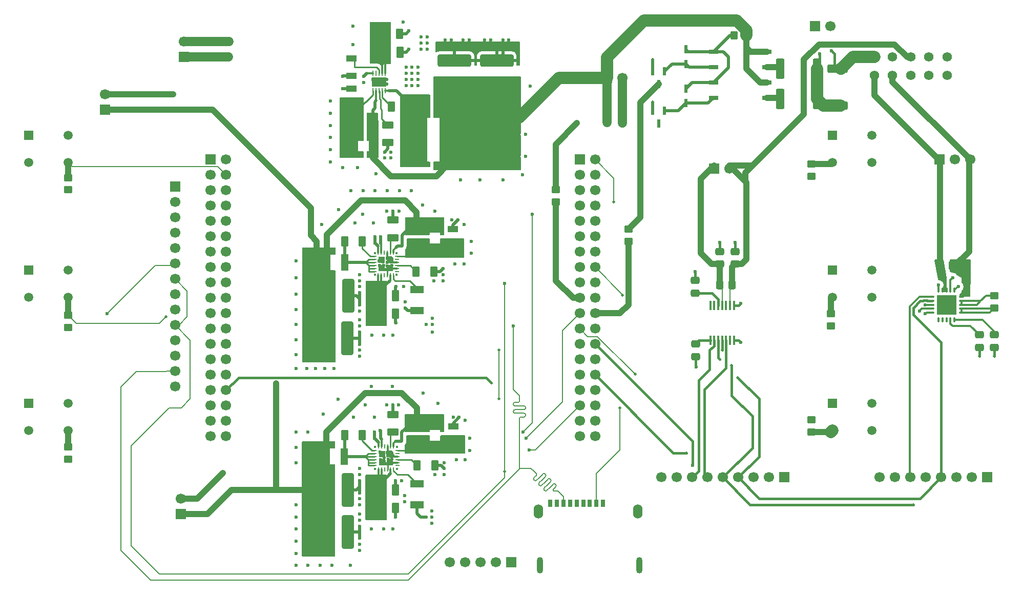
<source format=gbr>
%TF.GenerationSoftware,KiCad,Pcbnew,9.0.1*%
%TF.CreationDate,2026-02-02T15:19:22-04:00*%
%TF.ProjectId,power regulation,706f7765-7220-4726-9567-756c6174696f,1*%
%TF.SameCoordinates,Original*%
%TF.FileFunction,Copper,L1,Top*%
%TF.FilePolarity,Positive*%
%FSLAX46Y46*%
G04 Gerber Fmt 4.6, Leading zero omitted, Abs format (unit mm)*
G04 Created by KiCad (PCBNEW 9.0.1) date 2026-02-02 15:19:22*
%MOMM*%
%LPD*%
G01*
G04 APERTURE LIST*
G04 Aperture macros list*
%AMRoundRect*
0 Rectangle with rounded corners*
0 $1 Rounding radius*
0 $2 $3 $4 $5 $6 $7 $8 $9 X,Y pos of 4 corners*
0 Add a 4 corners polygon primitive as box body*
4,1,4,$2,$3,$4,$5,$6,$7,$8,$9,$2,$3,0*
0 Add four circle primitives for the rounded corners*
1,1,$1+$1,$2,$3*
1,1,$1+$1,$4,$5*
1,1,$1+$1,$6,$7*
1,1,$1+$1,$8,$9*
0 Add four rect primitives between the rounded corners*
20,1,$1+$1,$2,$3,$4,$5,0*
20,1,$1+$1,$4,$5,$6,$7,0*
20,1,$1+$1,$6,$7,$8,$9,0*
20,1,$1+$1,$8,$9,$2,$3,0*%
%AMFreePoly0*
4,1,14,0.628536,0.503536,0.630000,0.500000,0.630000,-0.625000,0.628536,-0.628536,0.625000,-0.630000,-0.500000,-0.630000,-0.503536,-0.628536,-0.505000,-0.625000,-0.505000,0.217000,-0.503536,0.220536,-0.220536,0.503536,-0.217000,0.505000,0.625000,0.505000,0.628536,0.503536,0.628536,0.503536,$1*%
G04 Aperture macros list end*
%TA.AperFunction,ComponentPad*%
%ADD10R,1.700000X1.700000*%
%TD*%
%TA.AperFunction,ComponentPad*%
%ADD11C,1.700000*%
%TD*%
%TA.AperFunction,SMDPad,CuDef*%
%ADD12R,1.803400X1.117600*%
%TD*%
%TA.AperFunction,SMDPad,CuDef*%
%ADD13RoundRect,0.250000X0.450000X-0.350000X0.450000X0.350000X-0.450000X0.350000X-0.450000X-0.350000X0*%
%TD*%
%TA.AperFunction,SMDPad,CuDef*%
%ADD14RoundRect,0.250000X-0.475000X0.337500X-0.475000X-0.337500X0.475000X-0.337500X0.475000X0.337500X0*%
%TD*%
%TA.AperFunction,SMDPad,CuDef*%
%ADD15R,0.584200X1.473200*%
%TD*%
%TA.AperFunction,SMDPad,CuDef*%
%ADD16RoundRect,0.250000X-0.750000X-2.510000X0.750000X-2.510000X0.750000X2.510000X-0.750000X2.510000X0*%
%TD*%
%TA.AperFunction,SMDPad,CuDef*%
%ADD17R,1.168400X2.692400*%
%TD*%
%TA.AperFunction,SMDPad,CuDef*%
%ADD18RoundRect,0.150000X0.450000X0.760000X-0.450000X0.760000X-0.450000X-0.760000X0.450000X-0.760000X0*%
%TD*%
%TA.AperFunction,SMDPad,CuDef*%
%ADD19R,1.770000X1.050000*%
%TD*%
%TA.AperFunction,ComponentPad*%
%ADD20R,1.508000X1.508000*%
%TD*%
%TA.AperFunction,ComponentPad*%
%ADD21C,1.508000*%
%TD*%
%TA.AperFunction,SMDPad,CuDef*%
%ADD22R,1.050000X1.770000*%
%TD*%
%TA.AperFunction,SMDPad,CuDef*%
%ADD23RoundRect,0.249999X1.425001X-0.450001X1.425001X0.450001X-1.425001X0.450001X-1.425001X-0.450001X0*%
%TD*%
%TA.AperFunction,SMDPad,CuDef*%
%ADD24R,2.300000X1.250000*%
%TD*%
%TA.AperFunction,SMDPad,CuDef*%
%ADD25RoundRect,0.250000X2.510000X-0.750000X2.510000X0.750000X-2.510000X0.750000X-2.510000X-0.750000X0*%
%TD*%
%TA.AperFunction,SMDPad,CuDef*%
%ADD26RoundRect,0.250000X-0.350000X-0.450000X0.350000X-0.450000X0.350000X0.450000X-0.350000X0.450000X0*%
%TD*%
%TA.AperFunction,SMDPad,CuDef*%
%ADD27R,0.508000X1.320800*%
%TD*%
%TA.AperFunction,SMDPad,CuDef*%
%ADD28R,1.117600X1.803400*%
%TD*%
%TA.AperFunction,SMDPad,CuDef*%
%ADD29RoundRect,0.150000X-0.760000X0.450000X-0.760000X-0.450000X0.760000X-0.450000X0.760000X0.450000X0*%
%TD*%
%TA.AperFunction,SMDPad,CuDef*%
%ADD30RoundRect,0.145000X-0.435000X-0.740000X0.435000X-0.740000X0.435000X0.740000X-0.435000X0.740000X0*%
%TD*%
%TA.AperFunction,SMDPad,CuDef*%
%ADD31R,1.770000X1.140000*%
%TD*%
%TA.AperFunction,SMDPad,CuDef*%
%ADD32R,1.650000X0.700000*%
%TD*%
%TA.AperFunction,SMDPad,CuDef*%
%ADD33RoundRect,0.040000X0.380000X0.120000X-0.380000X0.120000X-0.380000X-0.120000X0.380000X-0.120000X0*%
%TD*%
%TA.AperFunction,SMDPad,CuDef*%
%ADD34RoundRect,0.040000X0.120000X0.380000X-0.120000X0.380000X-0.120000X-0.380000X0.120000X-0.380000X0*%
%TD*%
%TA.AperFunction,SMDPad,CuDef*%
%ADD35R,3.250000X3.250000*%
%TD*%
%TA.AperFunction,SMDPad,CuDef*%
%ADD36RoundRect,0.250000X0.475000X-0.337500X0.475000X0.337500X-0.475000X0.337500X-0.475000X-0.337500X0*%
%TD*%
%TA.AperFunction,SMDPad,CuDef*%
%ADD37RoundRect,0.145000X0.435000X0.740000X-0.435000X0.740000X-0.435000X-0.740000X0.435000X-0.740000X0*%
%TD*%
%TA.AperFunction,SMDPad,CuDef*%
%ADD38RoundRect,0.249999X-0.450001X-1.425001X0.450001X-1.425001X0.450001X1.425001X-0.450001X1.425001X0*%
%TD*%
%TA.AperFunction,SMDPad,CuDef*%
%ADD39R,0.700000X1.200000*%
%TD*%
%TA.AperFunction,ComponentPad*%
%ADD40O,1.550000X2.350000*%
%TD*%
%TA.AperFunction,ComponentPad*%
%ADD41O,1.050000X2.700000*%
%TD*%
%TA.AperFunction,SMDPad,CuDef*%
%ADD42RoundRect,0.250000X0.337500X0.475000X-0.337500X0.475000X-0.337500X-0.475000X0.337500X-0.475000X0*%
%TD*%
%TA.AperFunction,SMDPad,CuDef*%
%ADD43R,1.770000X1.130000*%
%TD*%
%TA.AperFunction,SMDPad,CuDef*%
%ADD44RoundRect,0.250000X-0.450000X0.350000X-0.450000X-0.350000X0.450000X-0.350000X0.450000X0.350000X0*%
%TD*%
%TA.AperFunction,SMDPad,CuDef*%
%ADD45R,0.250000X0.700000*%
%TD*%
%TA.AperFunction,SMDPad,CuDef*%
%ADD46R,0.700000X0.250000*%
%TD*%
%TA.AperFunction,SMDPad,CuDef*%
%ADD47FreePoly0,270.000000*%
%TD*%
%TA.AperFunction,SMDPad,CuDef*%
%ADD48R,1.125000X1.125000*%
%TD*%
%TA.AperFunction,SMDPad,CuDef*%
%ADD49R,0.375000X0.375000*%
%TD*%
%TA.AperFunction,SMDPad,CuDef*%
%ADD50R,0.254000X0.812800*%
%TD*%
%TA.AperFunction,SMDPad,CuDef*%
%ADD51R,2.483491X1.558110*%
%TD*%
%TA.AperFunction,ComponentPad*%
%ADD52C,1.574800*%
%TD*%
%TA.AperFunction,SMDPad,CuDef*%
%ADD53RoundRect,0.150000X0.760000X-0.450000X0.760000X0.450000X-0.760000X0.450000X-0.760000X-0.450000X0*%
%TD*%
%TA.AperFunction,SMDPad,CuDef*%
%ADD54RoundRect,0.051250X-0.153750X0.698750X-0.153750X-0.698750X0.153750X-0.698750X0.153750X0.698750X0*%
%TD*%
%TA.AperFunction,SMDPad,CuDef*%
%ADD55RoundRect,0.150000X-0.450000X-0.760000X0.450000X-0.760000X0.450000X0.760000X-0.450000X0.760000X0*%
%TD*%
%TA.AperFunction,SMDPad,CuDef*%
%ADD56R,2.590800X7.289800*%
%TD*%
%TA.AperFunction,ViaPad*%
%ADD57C,0.600000*%
%TD*%
%TA.AperFunction,ViaPad*%
%ADD58C,0.500000*%
%TD*%
%TA.AperFunction,Conductor*%
%ADD59C,0.200000*%
%TD*%
%TA.AperFunction,Conductor*%
%ADD60C,0.300000*%
%TD*%
%TA.AperFunction,Conductor*%
%ADD61C,0.254000*%
%TD*%
%TA.AperFunction,Conductor*%
%ADD62C,0.508000*%
%TD*%
%TA.AperFunction,Conductor*%
%ADD63C,1.016000*%
%TD*%
%TA.AperFunction,Conductor*%
%ADD64C,0.400000*%
%TD*%
%TA.AperFunction,Conductor*%
%ADD65C,1.524000*%
%TD*%
%TA.AperFunction,Conductor*%
%ADD66C,0.340000*%
%TD*%
%TA.AperFunction,Conductor*%
%ADD67C,0.500000*%
%TD*%
%TA.AperFunction,Conductor*%
%ADD68C,1.000000*%
%TD*%
%TA.AperFunction,Conductor*%
%ADD69C,2.000000*%
%TD*%
%TA.AperFunction,Conductor*%
%ADD70C,0.350000*%
%TD*%
%TA.AperFunction,Conductor*%
%ADD71C,0.203200*%
%TD*%
G04 APERTURE END LIST*
D10*
%TO.P,STM_CN10,1*%
%TO.N,WAKE*%
X163862500Y-68500000D03*
D11*
%TO.P,STM_CN10,2*%
%TO.N,SD_CS*%
X166402500Y-68500000D03*
%TO.P,STM_CN10,3*%
%TO.N,N/C*%
X163862500Y-71040000D03*
%TO.P,STM_CN10,4*%
%TO.N,B4*%
X166402500Y-71040000D03*
%TO.P,STM_CN10,5*%
%TO.N,N/C*%
X163862500Y-73580000D03*
%TO.P,STM_CN10,6*%
%TO.N,RTD_CS*%
X166402500Y-73580000D03*
%TO.P,STM_CN10,7*%
%TO.N,N/C*%
X163862500Y-76120000D03*
%TO.P,STM_CN10,8*%
X166402500Y-76120000D03*
%TO.P,STM_CN10,9*%
%TO.N,GND*%
X163862500Y-78660000D03*
%TO.P,STM_CN10,10*%
%TO.N,N/C*%
X166402500Y-78660000D03*
%TO.P,STM_CN10,11*%
%TO.N,DISPL_SCK*%
X163862500Y-81200000D03*
%TO.P,STM_CN10,12*%
%TO.N,N/C*%
X166402500Y-81200000D03*
%TO.P,STM_CN10,13*%
%TO.N,TOUCH_MISO*%
X163862500Y-83740000D03*
%TO.P,STM_CN10,14*%
%TO.N,N/C*%
X166402500Y-83740000D03*
%TO.P,STM_CN10,15*%
%TO.N,DISPL_MOSI*%
X163862500Y-86280000D03*
%TO.P,STM_CN10,16*%
%TO.N,B5*%
X166402500Y-86280000D03*
%TO.P,STM_CN10,17*%
%TO.N,N/C*%
X163862500Y-88820000D03*
%TO.P,STM_CN10,18*%
X166402500Y-88820000D03*
%TO.P,STM_CN10,19*%
%TO.N,EXCIT2*%
X163862500Y-91360000D03*
%TO.P,STM_CN10,20*%
%TO.N,GND*%
X166402500Y-91360000D03*
%TO.P,STM_CN10,21*%
%TO.N,TX*%
X163862500Y-93900000D03*
%TO.P,STM_CN10,22*%
%TO.N,EXCIT1*%
X166402500Y-93900000D03*
%TO.P,STM_CN10,23*%
%TO.N,B6*%
X163862500Y-96440000D03*
%TO.P,STM_CN10,24*%
%TO.N,N/C*%
X166402500Y-96440000D03*
%TO.P,STM_CN10,25*%
X163862500Y-98980000D03*
%TO.P,STM_CN10,26*%
%TO.N,MAX_SDI*%
X166402500Y-98980000D03*
%TO.P,STM_CN10,27*%
%TO.N,N/C*%
X163862500Y-101520000D03*
%TO.P,STM_CN10,28*%
%TO.N,MAX_SDO*%
X166402500Y-101520000D03*
%TO.P,STM_CN10,29*%
%TO.N,N/C*%
X163862500Y-104060000D03*
%TO.P,STM_CN10,30*%
%TO.N,MAX_SCK*%
X166402500Y-104060000D03*
%TO.P,STM_CN10,31*%
%TO.N,N/C*%
X163862500Y-106600000D03*
%TO.P,STM_CN10,32*%
X166402500Y-106600000D03*
%TO.P,STM_CN10,33*%
%TO.N,RX*%
X163862500Y-109140000D03*
%TO.P,STM_CN10,34*%
%TO.N,B3*%
X166402500Y-109140000D03*
%TO.P,STM_CN10,35*%
%TO.N,N/C*%
X163862500Y-111680000D03*
%TO.P,STM_CN10,36*%
X166402500Y-111680000D03*
%TO.P,STM_CN10,37*%
X163862500Y-114220000D03*
%TO.P,STM_CN10,38*%
X166402500Y-114220000D03*
%TD*%
D10*
%TO.P,J1,1,Pin_1*%
%TO.N,/8V*%
X168412500Y-55000000D03*
D11*
%TO.P,J1,2,Pin_2*%
%TO.N,GND*%
X170952500Y-55000000D03*
%TD*%
D12*
%TO.P,C26,1*%
%TO.N,/3.3V*%
X139912500Y-80001400D03*
%TO.P,C26,2*%
%TO.N,/FB2*%
X139912500Y-82998600D03*
%TD*%
D13*
%TO.P,RB2,1*%
%TO.N,/3.3V*%
X79337500Y-96250000D03*
%TO.P,RB2,2*%
%TO.N,B2*%
X79337500Y-94250000D03*
%TD*%
D14*
%TO.P,C40,1*%
%TO.N,/3.3V*%
X229912500Y-97462500D03*
%TO.P,C40,2*%
%TO.N,GND*%
X229912500Y-99537500D03*
%TD*%
D15*
%TO.P,M1,1*%
%TO.N,SSRin-1*%
X177862501Y-53933200D03*
%TO.P,M1,2*%
%TO.N,GND*%
X175962499Y-53933200D03*
%TO.P,M1,3*%
%TO.N,MOSFETGait2*%
X176912500Y-56066800D03*
%TD*%
D16*
%TO.P,C3,1*%
%TO.N,/3.3V*%
X120290000Y-98000000D03*
%TO.P,C3,2*%
%TO.N,GND*%
X125500000Y-98000000D03*
%TD*%
D17*
%TO.P,L1,1,1*%
%TO.N,/SW1*%
X124932700Y-117557500D03*
%TO.P,L1,2,2*%
%TO.N,/5V*%
X121986300Y-117557500D03*
%TD*%
D18*
%TO.P,C13,1*%
%TO.N,GND*%
X133419500Y-123057500D03*
%TO.P,C13,2*%
%TO.N,/Pin*%
X130499500Y-123057500D03*
%TD*%
D10*
%TO.P,+ Ref_Res -,1*%
%TO.N,HeaterPre*%
X202725000Y-46500000D03*
D11*
%TO.P,+ Ref_Res -,2*%
%TO.N,Heater+*%
X205265000Y-46500000D03*
%TD*%
D19*
%TO.P,R23,1*%
%TO.N,/FB2*%
X142912500Y-82970000D03*
%TO.P,R23,2*%
%TO.N,GND*%
X142912500Y-80000000D03*
%TD*%
D20*
%TO.P,PB-5,1*%
%TO.N,GND*%
X205662500Y-86750000D03*
D21*
%TO.P,PB-5,2*%
%TO.N,N/C*%
X212162500Y-86750000D03*
%TO.P,PB-5,3*%
%TO.N,B5*%
X205662500Y-91250000D03*
%TO.P,PB-5,4*%
%TO.N,N/C*%
X212162500Y-91250000D03*
%TD*%
D22*
%TO.P,R32,1*%
%TO.N,/8V*%
X129647500Y-62750000D03*
%TO.P,R32,2*%
%TO.N,/FB3*%
X126677500Y-62750000D03*
%TD*%
D23*
%TO.P,Rref,1*%
%TO.N,HeaterPre*%
X206500000Y-59550000D03*
%TO.P,Rref,2*%
%TO.N,Heater+*%
X206500000Y-53450000D03*
%TD*%
D24*
%TO.P,R11,1*%
%TO.N,Net-(U1-RT)*%
X136959500Y-122057500D03*
%TO.P,R11,2*%
%TO.N,GND*%
X136959500Y-125507500D03*
%TD*%
D25*
%TO.P,C31,1*%
%TO.N,/8V*%
X143162500Y-57355000D03*
%TO.P,C31,2*%
%TO.N,GND*%
X143162500Y-52145000D03*
%TD*%
D10*
%TO.P,RTD,1*%
%TO.N,RTD-*%
X223332500Y-68500000D03*
D11*
%TO.P,RTD,2*%
%TO.N,RTDSens*%
X225872500Y-68500000D03*
%TO.P,RTD,3*%
%TO.N,RTD+*%
X228412500Y-68500000D03*
%TD*%
D12*
%TO.P,C16,1*%
%TO.N,/5V*%
X139959500Y-112558900D03*
%TO.P,C16,2*%
%TO.N,/FB1*%
X139959500Y-115556100D03*
%TD*%
D26*
%TO.P,R_sink3,1*%
%TO.N,SSRin+*%
X189412500Y-48000000D03*
%TO.P,R_sink3,2*%
%TO.N,/8V*%
X191412500Y-48000000D03*
%TD*%
D20*
%TO.P,PB-4,1*%
%TO.N,GND*%
X205662500Y-64500000D03*
D21*
%TO.P,PB-4,2*%
%TO.N,N/C*%
X212162500Y-64500000D03*
%TO.P,PB-4,3*%
%TO.N,B4*%
X205662500Y-69000000D03*
%TO.P,PB-4,4*%
%TO.N,N/C*%
X212162500Y-69000000D03*
%TD*%
D27*
%TO.P,D2,1*%
%TO.N,SSRin+*%
X181412500Y-56806200D03*
%TO.P,D2,2*%
%TO.N,SSRin-2*%
X181412500Y-59193800D03*
%TD*%
D10*
%TO.P,MAX31856,1*%
%TO.N,/3.3V*%
X197660000Y-121000000D03*
D11*
%TO.P,MAX31856,2*%
%TO.N,N/C*%
X195120000Y-121000000D03*
%TO.P,MAX31856,3*%
%TO.N,GND*%
X192580000Y-121000000D03*
%TO.P,MAX31856,4*%
%TO.N,MAX_SCK*%
X190040000Y-121000000D03*
%TO.P,MAX31856,5*%
%TO.N,MAX_SDO*%
X187500000Y-121000000D03*
%TO.P,MAX31856,6*%
%TO.N,MAX_SDI*%
X184960000Y-121000000D03*
%TO.P,MAX31856,7*%
%TO.N,Therm_CS*%
X182420000Y-121000000D03*
%TO.P,MAX31856,8*%
%TO.N,N/C*%
X179880000Y-121000000D03*
%TO.P,MAX31856,9*%
X177340000Y-121000000D03*
%TD*%
D13*
%TO.P,R_sink2,1*%
%TO.N,EXCIT2*%
X159912500Y-75500000D03*
%TO.P,R_sink2,2*%
%TO.N,MOSFETGait1*%
X159912500Y-73500000D03*
%TD*%
D14*
%TO.P,C35,1*%
%TO.N,GND*%
X182912500Y-88462500D03*
%TO.P,C35,2*%
%TO.N,/3.3V*%
X182912500Y-90537500D03*
%TD*%
D28*
%TO.P,C32,1*%
%TO.N,/8V*%
X129661100Y-66250000D03*
%TO.P,C32,2*%
%TO.N,/FB3*%
X126663900Y-66250000D03*
%TD*%
D20*
%TO.P,PB-6,1*%
%TO.N,GND*%
X205662500Y-108750000D03*
D21*
%TO.P,PB-6,2*%
%TO.N,N/C*%
X212162500Y-108750000D03*
%TO.P,PB-6,3*%
%TO.N,B6*%
X205662500Y-113250000D03*
%TO.P,PB-6,4*%
%TO.N,N/C*%
X212162500Y-113250000D03*
%TD*%
D29*
%TO.P,C17,1*%
%TO.N,GND*%
X132959500Y-110597500D03*
%TO.P,C17,2*%
%TO.N,Net-(U1-INTVCC)*%
X132959500Y-113517500D03*
%TD*%
D30*
%TO.P,C29,1*%
%TO.N,/SW2*%
X125047000Y-82000000D03*
%TO.P,C29,2*%
%TO.N,Net-(U2-BST)*%
X127953000Y-82000000D03*
%TD*%
D31*
%TO.P,R31,1*%
%TO.N,Net-(U3-RT)*%
X126162500Y-51810000D03*
%TO.P,R31,2*%
%TO.N,GND*%
X126162500Y-54690000D03*
%TD*%
D32*
%TO.P,Relays,1*%
%TO.N,SSRin+*%
X185987500Y-50690000D03*
%TO.P,Relays,2*%
%TO.N,SSRin-1*%
X185987500Y-53230000D03*
%TO.P,Relays,3*%
%TO.N,SSRin+*%
X185987500Y-55770000D03*
%TO.P,Relays,4*%
%TO.N,SSRin-2*%
X185987500Y-58310000D03*
%TO.P,Relays,5*%
%TO.N,SSRout-2*%
X194837500Y-58310000D03*
%TO.P,Relays,6*%
%TO.N,/8V*%
X194837500Y-55770000D03*
%TO.P,Relays,7*%
%TO.N,SSRout-1*%
X194837500Y-53230000D03*
%TO.P,Relays,8*%
%TO.N,/8V*%
X194837500Y-50690000D03*
%TD*%
D33*
%TO.P,MAX31865,1*%
%TO.N,BIAS*%
X226935000Y-93800000D03*
%TO.P,MAX31865,2*%
X226935000Y-93150000D03*
%TO.P,MAX31865,3*%
%TO.N,ISENSOR*%
X226935000Y-92500000D03*
%TO.P,MAX31865,4*%
X226935000Y-91850000D03*
%TO.P,MAX31865,5*%
%TO.N,RTD+*%
X226935000Y-91200000D03*
D34*
%TO.P,MAX31865,6*%
%TO.N,GND*%
X225800000Y-90065000D03*
%TO.P,MAX31865,7*%
%TO.N,RTDSens*%
X225150000Y-90065000D03*
%TO.P,MAX31865,8*%
%TO.N,RTD-*%
X224500000Y-90065000D03*
%TO.P,MAX31865,9*%
X223850000Y-90065000D03*
%TO.P,MAX31865,10*%
%TO.N,GND*%
X223200000Y-90065000D03*
D33*
%TO.P,MAX31865,11*%
%TO.N,MAX_SDI*%
X222065000Y-91200000D03*
%TO.P,MAX31865,12*%
%TO.N,MAX_SCK*%
X222065000Y-91850000D03*
%TO.P,MAX31865,13*%
%TO.N,RTD_CS*%
X222065000Y-92500000D03*
%TO.P,MAX31865,14*%
%TO.N,MAX_SDO*%
X222065000Y-93150000D03*
%TO.P,MAX31865,15*%
%TO.N,GND*%
X222065000Y-93800000D03*
D34*
%TO.P,MAX31865,16*%
%TO.N,N/C*%
X223200000Y-94935000D03*
%TO.P,MAX31865,17*%
X223850000Y-94935000D03*
%TO.P,MAX31865,18*%
X224500000Y-94935000D03*
%TO.P,MAX31865,19*%
%TO.N,/3.3V*%
X225150000Y-94935000D03*
%TO.P,MAX31865,20*%
X225800000Y-94935000D03*
D35*
%TO.P,MAX31865,21*%
%TO.N,N/C*%
X224500000Y-92500000D03*
%TD*%
D36*
%TO.P,C39,1*%
%TO.N,GND*%
X232412500Y-99537500D03*
%TO.P,C39,2*%
%TO.N,/3.3V*%
X232412500Y-97462500D03*
%TD*%
D37*
%TO.P,C33,1*%
%TO.N,/SW3*%
X135615500Y-59750000D03*
%TO.P,C33,2*%
%TO.N,Net-(U3-BST)*%
X132709500Y-59750000D03*
%TD*%
D38*
%TO.P,Rh2,1*%
%TO.N,SSRout-2*%
X197000000Y-58500000D03*
%TO.P,Rh2,2*%
%TO.N,HeaterPre*%
X203100000Y-58500000D03*
%TD*%
D19*
%TO.P,R13,1*%
%TO.N,/FB1*%
X142959500Y-115541100D03*
%TO.P,R13,2*%
%TO.N,GND*%
X142959500Y-112571100D03*
%TD*%
D37*
%TO.P,C25,1*%
%TO.N,GND*%
X139750000Y-87000000D03*
%TO.P,C25,2*%
%TO.N,Net-(U2-TR{slash}SS)*%
X136844000Y-87000000D03*
%TD*%
D39*
%TO.P,SD_Reader,1*%
%TO.N,N/C*%
X167750000Y-125300000D03*
%TO.P,SD_Reader,2*%
%TO.N,SD_CS*%
X166650000Y-125300000D03*
%TO.P,SD_Reader,3*%
%TO.N,DISPL_MOSI*%
X165550000Y-125300000D03*
%TO.P,SD_Reader,4*%
%TO.N,/3.3V*%
X164450000Y-125300000D03*
%TO.P,SD_Reader,5*%
%TO.N,DISPL_SCK*%
X163350000Y-125300000D03*
%TO.P,SD_Reader,6*%
%TO.N,GND*%
X162250000Y-125300000D03*
%TO.P,SD_Reader,7*%
%TO.N,TOUCH_MISO*%
X161150000Y-125300000D03*
%TO.P,SD_Reader,8*%
%TO.N,N/C*%
X160050000Y-125300000D03*
%TO.P,SD_Reader,CD*%
X158950000Y-125300000D03*
D40*
%TO.P,SD_Reader,G1*%
%TO.N,GND*%
X157000000Y-126650000D03*
%TO.P,SD_Reader,G2*%
X173450000Y-126650000D03*
D41*
%TO.P,SD_Reader,G3*%
X157300000Y-135550000D03*
%TO.P,SD_Reader,G4*%
X173700000Y-135550000D03*
%TD*%
D14*
%TO.P,C30,1*%
%TO.N,/3.3V*%
X183000000Y-98962500D03*
%TO.P,C30,2*%
%TO.N,GND*%
X183000000Y-101037500D03*
%TD*%
D20*
%TO.P,PB-3,1*%
%TO.N,N/C*%
X72837500Y-108750000D03*
D21*
%TO.P,PB-3,2*%
%TO.N,GND*%
X79337500Y-108750000D03*
%TO.P,PB-3,3*%
%TO.N,N/C*%
X72837500Y-113250000D03*
%TO.P,PB-3,4*%
%TO.N,B3*%
X79337500Y-113250000D03*
%TD*%
D14*
%TO.P,C36,1*%
%TO.N,GND*%
X187012500Y-83692500D03*
%TO.P,C36,2*%
%TO.N,Thermocouple+*%
X187012500Y-85767500D03*
%TD*%
D38*
%TO.P,Rh1,1*%
%TO.N,SSRout-1*%
X197000000Y-53500000D03*
%TO.P,Rh1,2*%
%TO.N,HeaterPre*%
X203100000Y-53500000D03*
%TD*%
D10*
%TO.P,J3,1,Pin_1*%
%TO.N,/3.3V*%
X85385000Y-60275000D03*
D11*
%TO.P,J3,2,Pin_2*%
%TO.N,GND*%
X85385000Y-57735000D03*
%TD*%
D42*
%TO.P,C37,1*%
%TO.N,Thermocouple-*%
X189050000Y-89230000D03*
%TO.P,C37,2*%
%TO.N,Thermocouple+*%
X186975000Y-89230000D03*
%TD*%
D13*
%TO.P,RB1,1*%
%TO.N,/3.3V*%
X79337500Y-73500000D03*
%TO.P,RB1,2*%
%TO.N,B1*%
X79337500Y-71500000D03*
%TD*%
D10*
%TO.P,TFT_DISPLAY_Pinout,1*%
%TO.N,/3.3V*%
X97000000Y-72960000D03*
D11*
%TO.P,TFT_DISPLAY_Pinout,2*%
%TO.N,GND*%
X97000000Y-75500000D03*
%TO.P,TFT_DISPLAY_Pinout,3*%
%TO.N,DISPL_CS*%
X97000000Y-78040000D03*
%TO.P,TFT_DISPLAY_Pinout,4*%
%TO.N,DISPL_RST*%
X97000000Y-80580000D03*
%TO.P,TFT_DISPLAY_Pinout,5*%
%TO.N,DISPL_DC*%
X97000000Y-83120000D03*
%TO.P,TFT_DISPLAY_Pinout,6*%
%TO.N,DISPL_MOSI*%
X97000000Y-85660000D03*
%TO.P,TFT_DISPLAY_Pinout,7*%
%TO.N,DISPL_SCK*%
X97000000Y-88200000D03*
%TO.P,TFT_DISPLAY_Pinout,8*%
%TO.N,DISPL_LED*%
X97000000Y-90740000D03*
%TO.P,TFT_DISPLAY_Pinout,9*%
%TO.N,N/C*%
X97000000Y-93280000D03*
%TO.P,TFT_DISPLAY_Pinout,10*%
%TO.N,DISPL_SCK*%
X97000000Y-95820000D03*
%TO.P,TFT_DISPLAY_Pinout,11*%
%TO.N,N/C*%
X97000000Y-98360000D03*
%TO.P,TFT_DISPLAY_Pinout,12*%
X97000000Y-100900000D03*
%TO.P,TFT_DISPLAY_Pinout,13*%
%TO.N,TOUCH_MISO*%
X97000000Y-103440000D03*
%TO.P,TFT_DISPLAY_Pinout,14*%
%TO.N,N/C*%
X97000000Y-105980000D03*
%TD*%
D10*
%TO.P,MAX31865,1*%
%TO.N,/3.3V*%
X231200000Y-121000000D03*
D11*
%TO.P,MAX31865,2*%
%TO.N,GND*%
X228660000Y-121000000D03*
%TO.P,MAX31865,3*%
%TO.N,N/C*%
X226120000Y-121000000D03*
%TO.P,MAX31865,4*%
%TO.N,MAX_SCK*%
X223580000Y-121000000D03*
%TO.P,MAX31865,5*%
%TO.N,MAX_SDO*%
X221040000Y-121000000D03*
%TO.P,MAX31865,6*%
%TO.N,MAX_SDI*%
X218500000Y-121000000D03*
%TO.P,MAX31865,7*%
%TO.N,RTD_CS*%
X215960000Y-121000000D03*
%TO.P,MAX31865,8*%
%TO.N,N/C*%
X213420000Y-121000000D03*
%TD*%
D17*
%TO.P,L2,1,1*%
%TO.N,/SW2*%
X125000000Y-85500000D03*
%TO.P,L2,2,2*%
%TO.N,/3.3V*%
X122053600Y-85500000D03*
%TD*%
D10*
%TO.P,J2,1,Pin_1*%
%TO.N,/5V*%
X97912500Y-127040000D03*
D11*
%TO.P,J2,2,Pin_2*%
%TO.N,GND*%
X97912500Y-124500000D03*
%TD*%
D43*
%TO.P,R33,1*%
%TO.N,/FB3*%
X126162500Y-59670000D03*
%TO.P,R33,2*%
%TO.N,GND*%
X126162500Y-56830000D03*
%TD*%
D44*
%TO.P,Rref,1*%
%TO.N,ISENSOR*%
X232412500Y-91000000D03*
%TO.P,Rref,2*%
%TO.N,BIAS*%
X232412500Y-93000000D03*
%TD*%
D20*
%TO.P,PB-1,1*%
%TO.N,N/C*%
X72837500Y-64500000D03*
D21*
%TO.P,PB-1,2*%
%TO.N,GND*%
X79337500Y-64500000D03*
%TO.P,PB-1,3*%
%TO.N,N/C*%
X72837500Y-69000000D03*
%TO.P,PB-1,4*%
%TO.N,B1*%
X79337500Y-69000000D03*
%TD*%
D45*
%TO.P,U2,1,BIAS*%
%TO.N,/3.3V*%
X133062500Y-83850000D03*
%TO.P,U2,2,INTVCC*%
%TO.N,Net-(U2-INTVCC)*%
X132562500Y-83850000D03*
%TO.P,U2,3,GND*%
%TO.N,GND*%
X132062500Y-83850000D03*
%TO.P,U2,4,NC1*%
%TO.N,unconnected-(U2-NC1-Pad4)*%
X131562500Y-83850000D03*
%TO.P,U2,5,VIN*%
%TO.N,/Pin*%
X131062500Y-83850000D03*
%TO.P,U2,6,VIN__1*%
X130562500Y-83850000D03*
D46*
%TO.P,U2,7,BST*%
%TO.N,Net-(U2-BST)*%
X129912500Y-84500000D03*
%TO.P,U2,8,SW*%
%TO.N,/SW2*%
X129912500Y-85000000D03*
%TO.P,U2,9,SW__1*%
X129912500Y-85500000D03*
%TO.P,U2,10,SW__2*%
X129912500Y-86000000D03*
%TO.P,U2,11,SW__3*%
X129912500Y-86500000D03*
%TO.P,U2,12,SW__4*%
X129912500Y-87000000D03*
D45*
%TO.P,U2,13,VIN__2*%
%TO.N,/Pin*%
X130562500Y-87650000D03*
%TO.P,U2,14,VIN__3*%
X131062500Y-87650000D03*
%TO.P,U2,15,NC1__1*%
%TO.N,unconnected-(U2-NC1__1-Pad15)*%
X131562500Y-87650000D03*
%TO.P,U2,16,GND__1*%
%TO.N,GND*%
X132062500Y-87650000D03*
%TO.P,U2,17,EN*%
%TO.N,/Pin*%
X132562500Y-87650000D03*
%TO.P,U2,18,RT*%
%TO.N,Net-(U2-RT)*%
X133062500Y-87650000D03*
D46*
%TO.P,U2,19,CLKOUT*%
%TO.N,unconnected-(U2-CLKOUT-Pad19)*%
X133712500Y-87000000D03*
%TO.P,U2,20,SYNC/MODE*%
%TO.N,GND*%
X133712500Y-86500000D03*
%TO.P,U2,21,TR/SS*%
%TO.N,Net-(U2-TR{slash}SS)*%
X133712500Y-86000000D03*
%TO.P,U2,22,GND__2*%
%TO.N,GND*%
X133712500Y-85500000D03*
%TO.P,U2,23,PG*%
%TO.N,unconnected-(U2-PG-Pad23)*%
X133712500Y-85000000D03*
%TO.P,U2,24,FB*%
%TO.N,/FB2*%
X133712500Y-84500000D03*
D47*
%TO.P,U2,25,GND__3*%
%TO.N,GND*%
X132537500Y-85025000D03*
D48*
%TO.P,U2,26,GND__4*%
X132475000Y-86412500D03*
%TO.P,U2,27,GND__5*%
X131150000Y-85087500D03*
%TO.P,U2,28,GND__6*%
X131150000Y-86412500D03*
D49*
%TO.P,U2,29,NC2*%
%TO.N,unconnected-(U2-NC2-Pad29)*%
X133625000Y-83937500D03*
%TO.P,U2,30,NC2__1*%
%TO.N,unconnected-(U2-NC2__1-Pad30)*%
X133625000Y-87562500D03*
%TO.P,U2,31,NC2__2*%
%TO.N,unconnected-(U2-NC2__2-Pad31)*%
X130000000Y-83937500D03*
%TO.P,U2,32,NC2__3*%
%TO.N,unconnected-(U2-NC2__3-Pad32)*%
X130000000Y-87562500D03*
%TD*%
D50*
%TO.P,U3,1,VIN*%
%TO.N,/Pin*%
X131709500Y-54250000D03*
%TO.P,U3,2,EN/UV*%
X131209498Y-54250000D03*
%TO.P,U3,3,RT*%
%TO.N,Net-(U3-RT)*%
X130709499Y-54250000D03*
%TO.P,U3,4,PG*%
%TO.N,unconnected-(U3-PG-Pad4)*%
X130209500Y-54250000D03*
%TO.P,U3,5,SYNC*%
%TO.N,GND*%
X129709498Y-54250000D03*
%TO.P,U3,6,FB*%
%TO.N,/FB3*%
X129709498Y-57145600D03*
%TO.P,U3,7,BIAS*%
%TO.N,/8V*%
X130209500Y-57145600D03*
%TO.P,U3,8,INTVCC*%
%TO.N,Net-(U3-INTVCC)*%
X130709499Y-57145600D03*
%TO.P,U3,9,BST*%
%TO.N,Net-(U3-BST)*%
X131209498Y-57145600D03*
%TO.P,U3,10,SW*%
%TO.N,/SW3*%
X131709500Y-57145600D03*
D51*
%TO.P,U3,11,GND*%
%TO.N,GND*%
X130706647Y-55677906D03*
%TD*%
D52*
%TO.P,Connector,1*%
%TO.N,Heater+*%
X212572902Y-51564301D03*
%TO.P,Connector,2*%
%TO.N,GND*%
X215572901Y-51564301D03*
%TO.P,Connector,3*%
%TO.N,Thermocouple-*%
X218572900Y-51564301D03*
%TO.P,Connector,4*%
%TO.N,N/C*%
X221572899Y-51564301D03*
%TO.P,Connector,5*%
%TO.N,Thermocouple+*%
X224572898Y-51564301D03*
%TO.P,Connector,6*%
%TO.N,RTD-*%
X212572902Y-54564300D03*
%TO.P,Connector,7*%
%TO.N,RTD+*%
X215572901Y-54564300D03*
%TO.P,Connector,8*%
%TO.N,RTDSens*%
X218572900Y-54564300D03*
%TO.P,Connector,9*%
%TO.N,GND*%
X221572899Y-54564300D03*
%TO.P,Connector,10*%
%TO.N,N/C*%
X224572898Y-54564300D03*
%TD*%
D53*
%TO.P,C34,1*%
%TO.N,GND*%
X132162500Y-65710000D03*
%TO.P,C34,2*%
%TO.N,Net-(U3-INTVCC)*%
X132162500Y-62790000D03*
%TD*%
D16*
%TO.P,C28,1*%
%TO.N,/3.3V*%
X120395000Y-91000000D03*
%TO.P,C28,2*%
%TO.N,GND*%
X125605000Y-91000000D03*
%TD*%
D18*
%TO.P,C23,1*%
%TO.N,GND*%
X133460000Y-91000000D03*
%TO.P,C23,2*%
%TO.N,/Pin*%
X130540000Y-91000000D03*
%TD*%
D19*
%TO.P,R12,1*%
%TO.N,/5V*%
X136959500Y-112571100D03*
%TO.P,R12,2*%
%TO.N,/FB1*%
X136959500Y-115541100D03*
%TD*%
D29*
%TO.P,C27,1*%
%TO.N,GND*%
X133000000Y-78500000D03*
%TO.P,C27,2*%
%TO.N,Net-(U2-INTVCC)*%
X133000000Y-81420000D03*
%TD*%
D30*
%TO.P,C7,1*%
%TO.N,/Pin*%
X131209500Y-47750000D03*
%TO.P,C7,2*%
%TO.N,GND*%
X134115500Y-47750000D03*
%TD*%
D10*
%TO.P,GPS_Pinout,1*%
%TO.N,/3.3V*%
X152580000Y-135000000D03*
D11*
%TO.P,GPS_Pinout,2*%
%TO.N,GND*%
X150040000Y-135000000D03*
%TO.P,GPS_Pinout,3*%
%TO.N,RX*%
X147500000Y-135000000D03*
%TO.P,GPS_Pinout,4*%
%TO.N,TX*%
X144960000Y-135000000D03*
%TO.P,GPS_Pinout,5*%
%TO.N,WAKE*%
X142420000Y-135000000D03*
%TD*%
D13*
%TO.P,RB3,1*%
%TO.N,/3.3V*%
X79337500Y-118000000D03*
%TO.P,RB3,2*%
%TO.N,B3*%
X79337500Y-116000000D03*
%TD*%
%TO.P,RB4,1*%
%TO.N,/3.3V*%
X202162500Y-71250000D03*
%TO.P,RB4,2*%
%TO.N,B4*%
X202162500Y-69250000D03*
%TD*%
D30*
%TO.P,C19,1*%
%TO.N,/SW1*%
X125006500Y-114057500D03*
%TO.P,C19,2*%
%TO.N,Net-(U1-BST)*%
X127912500Y-114057500D03*
%TD*%
D10*
%TO.P,Thermocouple,1*%
%TO.N,Thermocouple+*%
X186087500Y-70000000D03*
D11*
%TO.P,Thermocouple,2*%
%TO.N,Thermocouple-*%
X188627500Y-70000000D03*
%TD*%
D54*
%TO.P,MAX31856,1*%
%TO.N,GND*%
X189362500Y-92615000D03*
%TO.P,MAX31856,2*%
%TO.N,Thermocouple-*%
X188712500Y-92615000D03*
%TO.P,MAX31856,3*%
X188062500Y-92615000D03*
%TO.P,MAX31856,4*%
%TO.N,Thermocouple+*%
X187412500Y-92615000D03*
%TO.P,MAX31856,5*%
%TO.N,/3.3V*%
X186762500Y-92615000D03*
%TO.P,MAX31856,6*%
%TO.N,N/C*%
X186112500Y-92615000D03*
%TO.P,MAX31856,7*%
X185462500Y-92615000D03*
%TO.P,MAX31856,8*%
%TO.N,/3.3V*%
X185462500Y-98385000D03*
%TO.P,MAX31856,9*%
%TO.N,Therm_CS*%
X186112500Y-98385000D03*
%TO.P,MAX31856,10*%
%TO.N,MAX_SCK*%
X186762500Y-98385000D03*
%TO.P,MAX31856,11*%
%TO.N,MAX_SDO*%
X187412500Y-98385000D03*
%TO.P,MAX31856,12*%
%TO.N,MAX_SDI*%
X188062500Y-98385000D03*
%TO.P,MAX31856,13*%
%TO.N,N/C*%
X188712500Y-98385000D03*
%TO.P,MAX31856,14*%
%TO.N,GND*%
X189362500Y-98385000D03*
%TD*%
D24*
%TO.P,R21,1*%
%TO.N,Net-(U2-RT)*%
X137000000Y-90000000D03*
%TO.P,R21,2*%
%TO.N,GND*%
X137000000Y-93450000D03*
%TD*%
D20*
%TO.P,PB-2,1*%
%TO.N,N/C*%
X72837500Y-86750000D03*
D21*
%TO.P,PB-2,2*%
%TO.N,GND*%
X79337500Y-86750000D03*
%TO.P,PB-2,3*%
%TO.N,N/C*%
X72837500Y-91250000D03*
%TO.P,PB-2,4*%
%TO.N,B2*%
X79337500Y-91250000D03*
%TD*%
D10*
%TO.P,J1,1,Pin_1*%
%TO.N,/Pin*%
X98412500Y-51540000D03*
D11*
%TO.P,J1,2,Pin_2*%
%TO.N,GND*%
X98412500Y-49000000D03*
%TD*%
D37*
%TO.P,C15,1*%
%TO.N,GND*%
X139912500Y-119057500D03*
%TO.P,C15,2*%
%TO.N,Net-(U1-TR{slash}SS)*%
X137006500Y-119057500D03*
%TD*%
D13*
%TO.P,RB5,1*%
%TO.N,/3.3V*%
X205412500Y-96000000D03*
%TO.P,RB5,2*%
%TO.N,B5*%
X205412500Y-94000000D03*
%TD*%
D25*
%TO.P,C4,1*%
%TO.N,/8V*%
X150162500Y-57355000D03*
%TO.P,C4,2*%
%TO.N,GND*%
X150162500Y-52145000D03*
%TD*%
D55*
%TO.P,C1,1*%
%TO.N,/Pin*%
X131249500Y-50750000D03*
%TO.P,C1,2*%
%TO.N,GND*%
X134169500Y-50750000D03*
%TD*%
D30*
%TO.P,C6,1*%
%TO.N,/Pin*%
X130547000Y-94000000D03*
%TO.P,C6,2*%
%TO.N,GND*%
X133453000Y-94000000D03*
%TD*%
D16*
%TO.P,C2,1*%
%TO.N,/5V*%
X120354500Y-130057500D03*
%TO.P,C2,2*%
%TO.N,GND*%
X125564500Y-130057500D03*
%TD*%
D15*
%TO.P,M2,1*%
%TO.N,SSRin-2*%
X177862501Y-60433200D03*
%TO.P,M2,2*%
%TO.N,GND*%
X175962499Y-60433200D03*
%TO.P,M2,3*%
%TO.N,MOSFETGait1*%
X176912500Y-62566800D03*
%TD*%
D44*
%TO.P,RB6,1*%
%TO.N,/3.3V*%
X202162500Y-111500000D03*
%TO.P,RB6,2*%
%TO.N,B6*%
X202162500Y-113500000D03*
%TD*%
D19*
%TO.P,R22,1*%
%TO.N,/3.3V*%
X136912500Y-80015000D03*
%TO.P,R22,2*%
%TO.N,/FB2*%
X136912500Y-82985000D03*
%TD*%
D13*
%TO.P,R_sink1,1*%
%TO.N,EXCIT1*%
X171912500Y-82000000D03*
%TO.P,R_sink1,2*%
%TO.N,MOSFETGait2*%
X171912500Y-80000000D03*
%TD*%
D42*
%TO.P,C41,1*%
%TO.N,RTD+*%
X225450000Y-86000000D03*
%TO.P,C41,2*%
%TO.N,RTD-*%
X223375000Y-86000000D03*
%TD*%
D56*
%TO.P,L3,1,1*%
%TO.N,/SW3*%
X137313000Y-65250000D03*
%TO.P,L3,2,2*%
%TO.N,/8V*%
X142012000Y-65250000D03*
%TD*%
D27*
%TO.P,D1,1*%
%TO.N,SSRin+*%
X181412500Y-50306200D03*
%TO.P,D1,2*%
%TO.N,SSRin-1*%
X181412500Y-52693800D03*
%TD*%
D16*
%TO.P,C18,1*%
%TO.N,/5V*%
X120354500Y-123057500D03*
%TO.P,C18,2*%
%TO.N,GND*%
X125564500Y-123057500D03*
%TD*%
D36*
%TO.P,C38,1*%
%TO.N,Thermocouple-*%
X189512500Y-85767500D03*
%TO.P,C38,2*%
%TO.N,GND*%
X189512500Y-83692500D03*
%TD*%
D10*
%TO.P,STM_CN7,1*%
%TO.N,N/C*%
X102862500Y-68500000D03*
D11*
%TO.P,STM_CN7,2*%
X105402500Y-68500000D03*
%TO.P,STM_CN7,3*%
X102862500Y-71040000D03*
%TO.P,STM_CN7,4*%
%TO.N,B1*%
X105402500Y-71040000D03*
%TO.P,STM_CN7,5*%
%TO.N,N/C*%
X102862500Y-73580000D03*
%TO.P,STM_CN7,6*%
%TO.N,/5V*%
X105402500Y-73580000D03*
%TO.P,STM_CN7,7*%
%TO.N,N/C*%
X102862500Y-76120000D03*
%TO.P,STM_CN7,8*%
X105402500Y-76120000D03*
%TO.P,STM_CN7,9*%
X102862500Y-78660000D03*
%TO.P,STM_CN7,10*%
X105402500Y-78660000D03*
%TO.P,STM_CN7,11*%
X102862500Y-81200000D03*
%TO.P,STM_CN7,12*%
X105402500Y-81200000D03*
%TO.P,STM_CN7,13*%
X102862500Y-83740000D03*
%TO.P,STM_CN7,14*%
X105402500Y-83740000D03*
%TO.P,STM_CN7,15*%
X102862500Y-86280000D03*
%TO.P,STM_CN7,16*%
X105402500Y-86280000D03*
%TO.P,STM_CN7,17*%
X102862500Y-88820000D03*
%TO.P,STM_CN7,18*%
X105402500Y-88820000D03*
%TO.P,STM_CN7,19*%
X102862500Y-91360000D03*
%TO.P,STM_CN7,20*%
X105402500Y-91360000D03*
%TO.P,STM_CN7,21*%
X102862500Y-93900000D03*
%TO.P,STM_CN7,22*%
%TO.N,GND*%
X105402500Y-93900000D03*
%TO.P,STM_CN7,23*%
%TO.N,B2*%
X102862500Y-96440000D03*
%TO.P,STM_CN7,24*%
%TO.N,N/C*%
X105402500Y-96440000D03*
%TO.P,STM_CN7,25*%
X102862500Y-98980000D03*
%TO.P,STM_CN7,26*%
X105402500Y-98980000D03*
%TO.P,STM_CN7,27*%
X102862500Y-101520000D03*
%TO.P,STM_CN7,28*%
X105402500Y-101520000D03*
%TO.P,STM_CN7,29*%
X102862500Y-104060000D03*
%TO.P,STM_CN7,30*%
X105402500Y-104060000D03*
%TO.P,STM_CN7,31*%
X102862500Y-106600000D03*
%TO.P,STM_CN7,32*%
%TO.N,Therm_CS*%
X105402500Y-106600000D03*
%TO.P,STM_CN7,33*%
%TO.N,N/C*%
X102862500Y-109140000D03*
%TO.P,STM_CN7,34*%
X105402500Y-109140000D03*
%TO.P,STM_CN7,35*%
%TO.N,DISPL_RST*%
X102862500Y-111680000D03*
%TO.P,STM_CN7,36*%
%TO.N,DISPL_DC*%
X105402500Y-111680000D03*
%TO.P,STM_CN7,37*%
%TO.N,DISPL_CS*%
X102862500Y-114220000D03*
%TO.P,STM_CN7,38*%
%TO.N,DISPL_LED*%
X105402500Y-114220000D03*
%TD*%
D30*
%TO.P,C5,1*%
%TO.N,/Pin*%
X130506500Y-126057500D03*
%TO.P,C5,2*%
%TO.N,GND*%
X133412500Y-126057500D03*
%TD*%
D45*
%TO.P,U1,1,BIAS*%
%TO.N,/5V*%
X133109500Y-115907500D03*
%TO.P,U1,2,INTVCC*%
%TO.N,Net-(U1-INTVCC)*%
X132609500Y-115907500D03*
%TO.P,U1,3,GND*%
%TO.N,GND*%
X132109500Y-115907500D03*
%TO.P,U1,4,NC1*%
%TO.N,unconnected-(U1-NC1-Pad4)*%
X131609500Y-115907500D03*
%TO.P,U1,5,VIN*%
%TO.N,/Pin*%
X131109500Y-115907500D03*
%TO.P,U1,6,VIN__1*%
X130609500Y-115907500D03*
D46*
%TO.P,U1,7,BST*%
%TO.N,Net-(U1-BST)*%
X129959500Y-116557500D03*
%TO.P,U1,8,SW*%
%TO.N,/SW1*%
X129959500Y-117057500D03*
%TO.P,U1,9,SW__1*%
X129959500Y-117557500D03*
%TO.P,U1,10,SW__2*%
X129959500Y-118057500D03*
%TO.P,U1,11,SW__3*%
X129959500Y-118557500D03*
%TO.P,U1,12,SW__4*%
X129959500Y-119057500D03*
D45*
%TO.P,U1,13,VIN__2*%
%TO.N,/Pin*%
X130609500Y-119707500D03*
%TO.P,U1,14,VIN__3*%
X131109500Y-119707500D03*
%TO.P,U1,15,NC1__1*%
%TO.N,unconnected-(U1-NC1__1-Pad15)*%
X131609500Y-119707500D03*
%TO.P,U1,16,GND__1*%
%TO.N,GND*%
X132109500Y-119707500D03*
%TO.P,U1,17,EN*%
%TO.N,/Pin*%
X132609500Y-119707500D03*
%TO.P,U1,18,RT*%
%TO.N,Net-(U1-RT)*%
X133109500Y-119707500D03*
D46*
%TO.P,U1,19,CLKOUT*%
%TO.N,unconnected-(U1-CLKOUT-Pad19)*%
X133759500Y-119057500D03*
%TO.P,U1,20,SYNC/MODE*%
%TO.N,GND*%
X133759500Y-118557500D03*
%TO.P,U1,21,TR/SS*%
%TO.N,Net-(U1-TR{slash}SS)*%
X133759500Y-118057500D03*
%TO.P,U1,22,GND__2*%
%TO.N,GND*%
X133759500Y-117557500D03*
%TO.P,U1,23,PG*%
%TO.N,unconnected-(U1-PG-Pad23)*%
X133759500Y-117057500D03*
%TO.P,U1,24,FB*%
%TO.N,/FB1*%
X133759500Y-116557500D03*
D47*
%TO.P,U1,25,GND__3*%
%TO.N,GND*%
X132584500Y-117082500D03*
D48*
%TO.P,U1,26,GND__4*%
X132522000Y-118470000D03*
%TO.P,U1,27,GND__5*%
X131197000Y-117145000D03*
%TO.P,U1,28,GND__6*%
X131197000Y-118470000D03*
D49*
%TO.P,U1,29,NC2*%
%TO.N,unconnected-(U1-NC2-Pad29)*%
X133672000Y-115995000D03*
%TO.P,U1,30,NC2__1*%
%TO.N,unconnected-(U1-NC2__1-Pad30)*%
X133672000Y-119620000D03*
%TO.P,U1,31,NC2__2*%
%TO.N,unconnected-(U1-NC2__2-Pad31)*%
X130047000Y-115995000D03*
%TO.P,U1,32,NC2__3*%
%TO.N,unconnected-(U1-NC2__3-Pad32)*%
X130047000Y-119620000D03*
%TD*%
D57*
%TO.N,GND*%
X120959500Y-135557500D03*
X123959500Y-108057500D03*
X132061226Y-85459968D03*
X127500000Y-97000000D03*
X126412500Y-49500000D03*
X132167190Y-117446624D03*
X127500000Y-88500000D03*
X132000000Y-77000000D03*
X129662500Y-55250000D03*
X155662500Y-56355000D03*
X137162500Y-56250000D03*
X102912500Y-49000000D03*
X141615500Y-49750000D03*
X117000000Y-100750000D03*
X130747633Y-85246027D03*
X148162500Y-48750000D03*
X139500000Y-97000000D03*
X149162500Y-48750000D03*
X126412500Y-46500000D03*
X132957606Y-117442802D03*
X116959500Y-129557500D03*
X104912500Y-120250000D03*
X128063000Y-73605000D03*
X145912500Y-84000000D03*
X132615500Y-67250000D03*
X127459500Y-123557500D03*
X223200000Y-89227050D03*
X187012500Y-82230000D03*
X116959500Y-125557500D03*
X127500000Y-98000000D03*
X130162500Y-70855000D03*
X126750000Y-79000000D03*
X133000000Y-77000000D03*
X96635000Y-57735000D03*
X139797000Y-88500000D03*
X148162500Y-49750000D03*
X145709500Y-116562500D03*
X127459500Y-129057500D03*
X135162500Y-55250000D03*
X135000000Y-93000000D03*
X154912500Y-68000000D03*
X127459500Y-122557500D03*
X142750000Y-78500000D03*
X130952355Y-86704946D03*
X127459500Y-120557500D03*
X189512500Y-82230000D03*
X134959500Y-125057500D03*
X130918209Y-116840815D03*
X136162500Y-54250000D03*
X137912500Y-76000000D03*
X127500000Y-92500000D03*
X139959500Y-120557500D03*
X129736680Y-56005963D03*
X127459500Y-132057500D03*
X116959500Y-118557500D03*
X138662500Y-49250000D03*
X145615500Y-48750000D03*
X144959500Y-111557500D03*
X124000000Y-76750000D03*
X131500000Y-86000000D03*
X131038303Y-117451962D03*
X143750000Y-78500000D03*
X136162500Y-55250000D03*
X92135000Y-57735000D03*
X117000000Y-98250000D03*
X226500000Y-89500000D03*
X130709499Y-55697800D03*
X138662500Y-48250000D03*
X132062500Y-84815462D03*
X132217897Y-118028415D03*
X118959500Y-135557500D03*
X134000000Y-77000000D03*
X135662500Y-50250000D03*
X170952500Y-62500000D03*
X129959500Y-111057500D03*
X143959500Y-111057500D03*
X116959500Y-127557500D03*
X132747517Y-85419134D03*
X133500000Y-95500000D03*
X137662500Y-49250000D03*
X136063000Y-73605000D03*
X127459500Y-121557500D03*
X127500000Y-90500000D03*
X144162500Y-71855000D03*
X116959500Y-135557500D03*
X132959500Y-109057500D03*
D58*
X175912500Y-59000000D03*
D57*
X136162500Y-53250000D03*
X127459500Y-128057500D03*
X151162500Y-48750000D03*
X134063000Y-73605000D03*
X142959500Y-111057500D03*
X138500000Y-95750000D03*
X127500000Y-95000000D03*
X151162500Y-49750000D03*
X147412500Y-71855000D03*
X133459500Y-127557500D03*
X144750000Y-85750000D03*
X131500000Y-97500000D03*
X128162500Y-55750000D03*
X152162500Y-48750000D03*
X132823706Y-118039090D03*
X141615500Y-48750000D03*
X132912500Y-106000000D03*
X221000000Y-94000000D03*
X132081242Y-86064443D03*
X103662500Y-121500000D03*
X132012000Y-56000000D03*
X131615500Y-67250000D03*
X133459500Y-121557500D03*
X116959500Y-116057500D03*
X122662500Y-58855000D03*
X118959500Y-113557500D03*
X132797800Y-86027145D03*
X137162500Y-53250000D03*
X135162500Y-53250000D03*
X143459500Y-118057500D03*
X127162500Y-69855000D03*
X137662500Y-50250000D03*
X127459500Y-127057500D03*
X124662500Y-56750000D03*
X131951020Y-118778337D03*
X131849059Y-86660912D03*
X127459500Y-119557500D03*
X190512500Y-98730000D03*
X129459500Y-129557500D03*
X132794350Y-118719624D03*
X132012000Y-55250000D03*
X123250000Y-103000000D03*
X141459500Y-120557500D03*
X144750000Y-79250000D03*
X105912500Y-49000000D03*
X139912500Y-77000000D03*
X117000000Y-93250000D03*
X170952500Y-59500000D03*
X131598744Y-117766876D03*
X145912500Y-82000000D03*
X131615500Y-68250000D03*
X127500000Y-89500000D03*
X134459500Y-121557500D03*
X117000000Y-85250000D03*
X130959500Y-118057500D03*
X144615500Y-49750000D03*
X130820251Y-86020408D03*
X130063000Y-73605000D03*
X141297000Y-88500000D03*
X133500000Y-89500000D03*
X132079121Y-116870171D03*
X132063000Y-73605000D03*
X136162500Y-56250000D03*
X121459500Y-110557500D03*
X127459500Y-124557500D03*
X122662500Y-60855000D03*
X127500000Y-101000000D03*
X128162500Y-54750000D03*
X132727631Y-116918209D03*
X127459500Y-125557500D03*
X139500000Y-95750000D03*
X128000000Y-77500000D03*
X140412500Y-108750000D03*
X127500000Y-100000000D03*
X134662500Y-45750000D03*
X124662500Y-54750000D03*
X117000000Y-103000000D03*
X145709500Y-114562500D03*
X144615500Y-48750000D03*
X122959500Y-135557500D03*
X131459500Y-129557500D03*
X133959500Y-109057500D03*
X122662500Y-62855000D03*
X134750000Y-89500000D03*
X94385000Y-57735000D03*
X132615500Y-68250000D03*
X144959500Y-118057500D03*
X137959500Y-107057500D03*
X143250000Y-85750000D03*
X126063000Y-73605000D03*
X128459500Y-109057500D03*
X125959500Y-135557500D03*
X117000000Y-88000000D03*
X118750000Y-103000000D03*
X142615500Y-49750000D03*
X170952500Y-61000000D03*
X137662500Y-48250000D03*
X127500000Y-87500000D03*
X152162500Y-49750000D03*
X127500000Y-99000000D03*
X133000000Y-97500000D03*
X132959500Y-129557500D03*
X141297000Y-87500000D03*
X117000000Y-95750000D03*
X116959500Y-113557500D03*
X138459500Y-127557500D03*
D58*
X232412500Y-101000000D03*
D57*
X154412500Y-71000000D03*
X135162500Y-56250000D03*
X117000000Y-90750000D03*
X131404710Y-85423940D03*
X116959500Y-131557500D03*
X135162500Y-54250000D03*
X138662500Y-50250000D03*
X129750000Y-79000000D03*
X134959500Y-124057500D03*
X139500000Y-94750000D03*
X126459500Y-111057500D03*
X102412500Y-122750000D03*
X132586825Y-86694597D03*
X121750000Y-103000000D03*
X131239221Y-84842142D03*
X137162500Y-54250000D03*
X116959500Y-133557500D03*
X137162500Y-55250000D03*
X141459500Y-118557500D03*
X127500000Y-91500000D03*
X127459500Y-131057500D03*
X142615500Y-48750000D03*
D58*
X162250000Y-125300000D03*
D57*
X139459500Y-127557500D03*
X122662500Y-66855000D03*
X141459500Y-119557500D03*
X131959500Y-109057500D03*
X130990266Y-118714287D03*
X127500000Y-96000000D03*
X135662500Y-47250000D03*
X141297000Y-86500000D03*
D58*
X175912500Y-52000000D03*
D57*
X154912500Y-64355000D03*
X121250000Y-79250000D03*
D58*
X229912500Y-101000000D03*
D57*
X145615500Y-49750000D03*
X127500000Y-93500000D03*
X127459500Y-133057500D03*
X149162500Y-49750000D03*
X104412500Y-49000000D03*
X127459500Y-130057500D03*
X129500000Y-97500000D03*
X122662500Y-64855000D03*
X182912500Y-87000000D03*
X124662500Y-69855000D03*
X132773786Y-84815462D03*
X131556044Y-118327316D03*
X122662500Y-68855000D03*
X139459500Y-126557500D03*
X135000000Y-92000000D03*
X139459500Y-128557500D03*
X183100000Y-102730000D03*
X120250000Y-103000000D03*
X129412500Y-106000000D03*
X190512500Y-92230000D03*
X151162500Y-71855000D03*
%TO.N,RTDSens*%
X225500000Y-88000000D03*
%TO.N,Heater+*%
X205500000Y-50500000D03*
D58*
%TO.N,MAX_SCK*%
X190000000Y-104500000D03*
X187000000Y-101500000D03*
X181500000Y-117000000D03*
%TO.N,MAX_SDO*%
X219000000Y-125500000D03*
X189000000Y-102500000D03*
D57*
X220051000Y-93500000D03*
D58*
X187412500Y-100000000D03*
D57*
%TO.N,MAX_SDI*%
X182500000Y-119000000D03*
D58*
%TO.N,MOSFETGait1*%
X176912500Y-62566800D03*
X163412500Y-62500000D03*
%TO.N,Therm_CS*%
X149287500Y-105375000D03*
D57*
%TO.N,RTD_CS*%
X221000000Y-92500000D03*
%TO.N,/Pin*%
X129959500Y-114557500D03*
X102912500Y-51500000D03*
X128959500Y-126057500D03*
X129662500Y-47750000D03*
X129000000Y-91000000D03*
X128959500Y-127557500D03*
X131000000Y-81250000D03*
X128959500Y-124057500D03*
X104412500Y-51500000D03*
X130912500Y-113250000D03*
X105872500Y-51500000D03*
X129662500Y-48750000D03*
X129662500Y-52250000D03*
X131000000Y-82250000D03*
X130959500Y-114250000D03*
X130000000Y-81250000D03*
X129000000Y-95500000D03*
X130000000Y-82250000D03*
X130459500Y-121057500D03*
X129500000Y-89000000D03*
X129662500Y-46250000D03*
X129000000Y-90000000D03*
X129959500Y-113557500D03*
X129662500Y-51250000D03*
X129459500Y-121057500D03*
X128959500Y-123057500D03*
X129000000Y-92000000D03*
X129662500Y-50250000D03*
X128959500Y-125057500D03*
X128959500Y-122057500D03*
X129000000Y-93000000D03*
X130500000Y-89000000D03*
X129000000Y-94000000D03*
D58*
%TO.N,/5V*%
X113662500Y-106250000D03*
X113662500Y-105500000D03*
X113662500Y-107000000D03*
%TO.N,/3.3V*%
X79337500Y-73500000D03*
X164450000Y-125300000D03*
X119162500Y-85750000D03*
X232412500Y-97462500D03*
X118912500Y-89000000D03*
X202162500Y-111500000D03*
X119162500Y-87500000D03*
X119162500Y-86750000D03*
X118912500Y-93500000D03*
X79337500Y-118000000D03*
X79337500Y-96250000D03*
X205412500Y-96000000D03*
X118912500Y-92000000D03*
X229912500Y-97462500D03*
X119162500Y-84500000D03*
X202162500Y-71250000D03*
X183000000Y-98962500D03*
X182912500Y-90537500D03*
X118912500Y-90500000D03*
D57*
%TO.N,/8V*%
X168452500Y-62460000D03*
X168452500Y-61000000D03*
X168452500Y-59500000D03*
D58*
%TO.N,DISPL_MOSI*%
X165550000Y-125300000D03*
D57*
X85750000Y-94000000D03*
D58*
X150500000Y-100000000D03*
X150500000Y-108000000D03*
%TO.N,DISPL_SCK*%
X163350000Y-125300000D03*
X151412500Y-120000000D03*
D57*
X151412500Y-89000000D03*
%TO.N,TOUCH_MISO*%
X152912500Y-96000000D03*
%TO.N,WAKE*%
X154512500Y-113500000D03*
X156000000Y-77500000D03*
D58*
%TO.N,B5*%
X170962500Y-90938750D03*
%TO.N,B6*%
X173025130Y-103974870D03*
D57*
%TO.N,RX*%
X155500000Y-116500000D03*
D58*
%TO.N,B2*%
X95500000Y-94500000D03*
D57*
%TO.N,TX*%
X155000000Y-114500000D03*
D58*
%TO.N,SD_CS*%
X170500000Y-109500000D03*
X169500000Y-75500000D03*
D57*
%TO.N,HeaterPre*%
X203500000Y-51000000D03*
%TD*%
D59*
%TO.N,GND*%
X132586825Y-86524325D02*
X132586825Y-86694597D01*
D60*
X223200000Y-90065000D02*
X223200000Y-89227050D01*
D61*
X132109500Y-119707500D02*
X132109500Y-118882500D01*
D59*
X132062500Y-86562500D02*
X132000000Y-86500000D01*
D62*
X127500000Y-91500000D02*
X127500000Y-90500000D01*
D63*
X102412500Y-122750000D02*
X103662500Y-121500000D01*
D62*
X133419500Y-123057500D02*
X133419500Y-121597500D01*
X133412500Y-126057500D02*
X133412500Y-127510500D01*
X127000000Y-91000000D02*
X127500000Y-91500000D01*
D60*
X222065000Y-93800000D02*
X221200000Y-93800000D01*
D61*
X132062500Y-87650000D02*
X132062500Y-86562500D01*
D62*
X127459500Y-123557500D02*
X127459500Y-122557500D01*
D64*
X189362500Y-98385000D02*
X190167500Y-98385000D01*
D63*
X97912500Y-124500000D02*
X100662500Y-124500000D01*
D62*
X127500000Y-98000000D02*
X127500000Y-97000000D01*
X127459500Y-121557500D02*
X127459500Y-122557500D01*
X128662500Y-54250000D02*
X128162500Y-54750000D01*
X132959500Y-110597500D02*
X132959500Y-109057500D01*
X125564500Y-123057500D02*
X126959500Y-123057500D01*
X133000000Y-78500000D02*
X133000000Y-77000000D01*
D65*
X170952500Y-55000000D02*
X170952500Y-58500000D01*
D64*
X190127500Y-92615000D02*
X190512500Y-92230000D01*
D65*
X101912500Y-49000000D02*
X105912500Y-49000000D01*
D64*
X189362500Y-92615000D02*
X190127500Y-92615000D01*
D66*
X133759500Y-118557500D02*
X132609500Y-118557500D01*
D62*
X142912500Y-80000000D02*
X142912500Y-79337500D01*
X132162500Y-66703000D02*
X131615500Y-67250000D01*
X142959500Y-112057500D02*
X143959500Y-111057500D01*
X137557500Y-127557500D02*
X138459500Y-127557500D01*
D59*
X132109500Y-116607500D02*
X132584500Y-117082500D01*
X133453000Y-95453000D02*
X133500000Y-95500000D01*
D64*
X183000000Y-101037500D02*
X183000000Y-102630000D01*
D62*
X142912500Y-79337500D02*
X143750000Y-78500000D01*
X125500000Y-98000000D02*
X127500000Y-98000000D01*
X126162500Y-56830000D02*
X124742500Y-56830000D01*
D59*
X132062500Y-84937500D02*
X132000000Y-85000000D01*
D63*
X85385000Y-57735000D02*
X92135000Y-57735000D01*
D62*
X132162500Y-65710000D02*
X132162500Y-66703000D01*
X133460000Y-91000000D02*
X133460000Y-89540000D01*
X140797000Y-87000000D02*
X141297000Y-86500000D01*
D64*
X189512500Y-83692500D02*
X189512500Y-82230000D01*
D62*
X142959500Y-112571100D02*
X142959500Y-112057500D01*
X133453000Y-94000000D02*
X133453000Y-95453000D01*
D67*
X175962499Y-60433200D02*
X175962499Y-59049999D01*
D62*
X140959500Y-119057500D02*
X141459500Y-119557500D01*
X143162500Y-52145000D02*
X143162500Y-50297000D01*
D59*
X223205417Y-89221633D02*
X223200000Y-89227050D01*
D64*
X232412500Y-99537500D02*
X232412500Y-101000000D01*
D63*
X92135000Y-57735000D02*
X94385000Y-57735000D01*
D62*
X125605000Y-91000000D02*
X127000000Y-91000000D01*
D59*
X132609500Y-118557500D02*
X132522000Y-118470000D01*
D62*
X135162500Y-50750000D02*
X135662500Y-50250000D01*
D66*
X133712500Y-85500000D02*
X132500000Y-85500000D01*
D62*
X139750000Y-87000000D02*
X140797000Y-87000000D01*
X134115500Y-47750000D02*
X135162500Y-47750000D01*
X135450000Y-93450000D02*
X135000000Y-93000000D01*
X125564500Y-130057500D02*
X127459500Y-130057500D01*
D59*
X133460000Y-89540000D02*
X133500000Y-89500000D01*
D62*
X127459500Y-129057500D02*
X127459500Y-130057500D01*
X137000000Y-93450000D02*
X135450000Y-93450000D01*
D64*
X229912500Y-99537500D02*
X229912500Y-101000000D01*
X190167500Y-98385000D02*
X190512500Y-98730000D01*
D59*
X133419500Y-121597500D02*
X133459500Y-121557500D01*
X132562500Y-86500000D02*
X132586825Y-86524325D01*
X133412500Y-127510500D02*
X133459500Y-127557500D01*
X124742500Y-56830000D02*
X124662500Y-56750000D01*
X124722500Y-54690000D02*
X124662500Y-54750000D01*
D62*
X127459500Y-130057500D02*
X127459500Y-131057500D01*
D64*
X187012500Y-83692500D02*
X187012500Y-82230000D01*
D63*
X103662500Y-121500000D02*
X104912500Y-120250000D01*
D62*
X134169500Y-50750000D02*
X135162500Y-50750000D01*
D67*
X175962499Y-52049999D02*
X175912500Y-52000000D01*
D66*
X129709498Y-54250000D02*
X128662500Y-54250000D01*
D62*
X150162500Y-52145000D02*
X151162500Y-51145000D01*
D66*
X133712500Y-86500000D02*
X132562500Y-86500000D01*
D62*
X126959500Y-123057500D02*
X127459500Y-122557500D01*
D60*
X221200000Y-93800000D02*
X221000000Y-94000000D01*
X226365000Y-89500000D02*
X226500000Y-89500000D01*
D62*
X143162500Y-50297000D02*
X142615500Y-49750000D01*
D67*
X175962499Y-53933200D02*
X175962499Y-52049999D01*
D66*
X132109500Y-115907500D02*
X132109500Y-116607500D01*
D67*
X175962499Y-59049999D02*
X175912500Y-59000000D01*
D62*
X127500000Y-91500000D02*
X127500000Y-92500000D01*
X136959500Y-126959500D02*
X137557500Y-127557500D01*
X126162500Y-54690000D02*
X124722500Y-54690000D01*
X135162500Y-47750000D02*
X135662500Y-47250000D01*
D60*
X225800000Y-90065000D02*
X226365000Y-89500000D01*
D59*
X132109500Y-118882500D02*
X132522000Y-118470000D01*
D66*
X132062500Y-83850000D02*
X132062500Y-84937500D01*
D62*
X136959500Y-125507500D02*
X136959500Y-126959500D01*
D63*
X100662500Y-124500000D02*
X102412500Y-122750000D01*
D65*
X98412500Y-49000000D02*
X101912500Y-49000000D01*
D64*
X182912500Y-88462500D02*
X182912500Y-87000000D01*
D66*
X133759500Y-117557500D02*
X132459500Y-117557500D01*
D62*
X139912500Y-119057500D02*
X140959500Y-119057500D01*
X151162500Y-51145000D02*
X151162500Y-49750000D01*
X127500000Y-98000000D02*
X127500000Y-99000000D01*
D63*
X94385000Y-57735000D02*
X96635000Y-57735000D01*
D65*
X170952500Y-58500000D02*
X170952500Y-62500000D01*
D61*
%TO.N,Net-(U1-TR{slash}SS)*%
X137006500Y-119057500D02*
X136006500Y-118057500D01*
X136006500Y-118057500D02*
X133759500Y-118057500D01*
%TO.N,Net-(U1-INTVCC)*%
X132609500Y-113867500D02*
X132609500Y-115907500D01*
D59*
X132959500Y-113517500D02*
X132609500Y-113867500D01*
D61*
%TO.N,Net-(U1-BST)*%
X127912500Y-114942500D02*
X129527500Y-116557500D01*
X129527500Y-116557500D02*
X129959500Y-116557500D01*
D59*
X127912500Y-114057500D02*
X127912500Y-114942500D01*
D61*
%TO.N,Net-(U2-TR{slash}SS)*%
X135844000Y-86000000D02*
X133712500Y-86000000D01*
X136844000Y-87000000D02*
X135844000Y-86000000D01*
D59*
%TO.N,Net-(U2-INTVCC)*%
X132562500Y-81857500D02*
X133000000Y-81420000D01*
D61*
X132562500Y-83850000D02*
X132562500Y-81857500D01*
%TO.N,Net-(U2-BST)*%
X127953000Y-83203000D02*
X127953000Y-82000000D01*
X129912500Y-84500000D02*
X129250000Y-84500000D01*
X129250000Y-84500000D02*
X127953000Y-83203000D01*
%TO.N,Net-(U3-BST)*%
X131209498Y-58249998D02*
X132709500Y-59750000D01*
X131209498Y-57145600D02*
X131209498Y-58249998D01*
%TO.N,Net-(U3-INTVCC)*%
X130709499Y-57145600D02*
X130754498Y-57190599D01*
X131000000Y-58683968D02*
X131000000Y-60087500D01*
X131162500Y-61790000D02*
X132162500Y-62790000D01*
X131162500Y-60250000D02*
X131162500Y-61790000D01*
X131000000Y-60087500D02*
X131162500Y-60250000D01*
X130754498Y-57190599D02*
X130754498Y-58438466D01*
X130754498Y-58438466D02*
X131000000Y-58683968D01*
%TO.N,Net-(U1-RT)*%
X135459500Y-120557500D02*
X136959500Y-122057500D01*
X133109500Y-119932500D02*
X133734500Y-120557500D01*
X133734500Y-120557500D02*
X135459500Y-120557500D01*
D59*
X133109500Y-119707500D02*
X133109500Y-119932500D01*
D61*
%TO.N,Net-(U2-RT)*%
X133062500Y-88187500D02*
X133062500Y-87650000D01*
X133375000Y-88500000D02*
X133062500Y-88187500D01*
X135750000Y-88500000D02*
X133375000Y-88500000D01*
X137000000Y-89750000D02*
X135750000Y-88500000D01*
D59*
X137000000Y-90000000D02*
X137000000Y-89750000D01*
%TO.N,Net-(U3-RT)*%
X126662500Y-52310000D02*
X126162500Y-51810000D01*
D61*
X126662500Y-53250000D02*
X126662500Y-52310000D01*
X130709499Y-54250000D02*
X130709499Y-53649056D01*
X130310443Y-53250000D02*
X126662500Y-53250000D01*
X130709499Y-53649056D02*
X130310443Y-53250000D01*
D67*
%TO.N,SSRin+*%
X185987500Y-55770000D02*
X182448700Y-55770000D01*
X181796300Y-50690000D02*
X181412500Y-50306200D01*
X182448700Y-55770000D02*
X181412500Y-56806200D01*
X189412500Y-48000000D02*
X188677500Y-48000000D01*
X188412500Y-53345000D02*
X185987500Y-55770000D01*
X188412500Y-51500000D02*
X188412500Y-53345000D01*
X185987500Y-50690000D02*
X187602500Y-50690000D01*
X185987500Y-50690000D02*
X181796300Y-50690000D01*
X188677500Y-48000000D02*
X185987500Y-50690000D01*
X187602500Y-50690000D02*
X188412500Y-51500000D01*
D68*
%TO.N,SSRout-1*%
X196730000Y-53230000D02*
X197000000Y-53500000D01*
X194837500Y-53230000D02*
X196730000Y-53230000D01*
D67*
%TO.N,SSRin-2*%
X177862501Y-60433200D02*
X180173100Y-60433200D01*
X185103700Y-59193800D02*
X185987500Y-58310000D01*
X180173100Y-60433200D02*
X181412500Y-59193800D01*
X181412500Y-59193800D02*
X185103700Y-59193800D01*
D68*
%TO.N,RTD+*%
X228222500Y-68310000D02*
X228222500Y-83690000D01*
X215572901Y-55660401D02*
X228222500Y-68310000D01*
X215572901Y-54564300D02*
X215572901Y-55660401D01*
X225912500Y-86000000D02*
X225450000Y-86000000D01*
X228222500Y-83690000D02*
X225912500Y-86000000D01*
D60*
%TO.N,ISENSOR*%
X226935000Y-92500000D02*
X229500000Y-92500000D01*
X226935000Y-91850000D02*
X230150000Y-91850000D01*
X226935000Y-92500000D02*
X226935000Y-91850000D01*
X231000000Y-91000000D02*
X232412500Y-91000000D01*
X229500000Y-92500000D02*
X230150000Y-91850000D01*
X230150000Y-91850000D02*
X231000000Y-91000000D01*
D67*
%TO.N,SSRin-1*%
X181412500Y-52693800D02*
X179101901Y-52693800D01*
X185987500Y-53230000D02*
X181948700Y-53230000D01*
X179101901Y-52693800D02*
X177862501Y-53933200D01*
X181948700Y-53230000D02*
X181412500Y-52693800D01*
D60*
%TO.N,RTDSens*%
X225500000Y-88000000D02*
X225150000Y-88350000D01*
X225150000Y-88350000D02*
X225150000Y-90065000D01*
D69*
%TO.N,Heater+*%
X207000000Y-53450000D02*
X207050000Y-53450000D01*
D64*
X206000000Y-52950000D02*
X206500000Y-53450000D01*
X206000000Y-51000000D02*
X206000000Y-52950000D01*
D69*
X207050000Y-53450000D02*
X209000000Y-51500000D01*
X212508601Y-51500000D02*
X212572902Y-51564301D01*
D64*
X205500000Y-50500000D02*
X206000000Y-51000000D01*
D69*
X209000000Y-51500000D02*
X212508601Y-51500000D01*
D68*
%TO.N,Thermocouple-*%
X217976801Y-51564301D02*
X218572900Y-51564301D01*
X213761265Y-49500000D02*
X213780564Y-49519299D01*
X191270000Y-72142500D02*
X191270000Y-70696077D01*
X200912500Y-52000000D02*
X203412500Y-49500000D01*
X190645000Y-85767500D02*
X191412500Y-85000000D01*
X189050000Y-86230000D02*
X189512500Y-85767500D01*
X188627500Y-69500000D02*
X192466077Y-69500000D01*
X189050000Y-89230000D02*
X189050000Y-86230000D01*
X192466077Y-69500000D02*
X200912500Y-61053577D01*
X215912500Y-49500000D02*
X217976801Y-51564301D01*
X191270000Y-70696077D02*
X192466077Y-69500000D01*
X189512500Y-85767500D02*
X190645000Y-85767500D01*
X215684535Y-49500000D02*
X215912500Y-49500000D01*
X203412500Y-49500000D02*
X213761265Y-49500000D01*
D59*
X188712500Y-92615000D02*
X188712500Y-89567500D01*
D68*
X191412500Y-85000000D02*
X191412500Y-72285000D01*
X215665236Y-49519299D02*
X215684535Y-49500000D01*
X213780564Y-49519299D02*
X215665236Y-49519299D01*
D59*
X188712500Y-89567500D02*
X189050000Y-89230000D01*
D68*
X200912500Y-61053577D02*
X200912500Y-52000000D01*
X191412500Y-72285000D02*
X188627500Y-69500000D01*
X191412500Y-72285000D02*
X191270000Y-72142500D01*
%TO.N,RTD-*%
X223412500Y-68770000D02*
X212572902Y-57930402D01*
X223375000Y-86000000D02*
X223412500Y-85962500D01*
X223412500Y-85962500D02*
X223412500Y-68770000D01*
X212572902Y-57930402D02*
X212572902Y-54564300D01*
D60*
%TO.N,BIAS*%
X226935000Y-93800000D02*
X231612500Y-93800000D01*
X231612500Y-93800000D02*
X232412500Y-93000000D01*
X226935000Y-93150000D02*
X232262500Y-93150000D01*
X226935000Y-93150000D02*
X226935000Y-93800000D01*
X232262500Y-93150000D02*
X232412500Y-93000000D01*
D68*
%TO.N,SSRout-2*%
X196810000Y-58310000D02*
X197000000Y-58500000D01*
X194837500Y-58310000D02*
X196810000Y-58310000D01*
%TO.N,Thermocouple+*%
X187012500Y-85767500D02*
X185680000Y-85767500D01*
X183912500Y-84000000D02*
X183912500Y-71675000D01*
X187012500Y-89192500D02*
X186975000Y-89230000D01*
X185680000Y-85767500D02*
X183912500Y-84000000D01*
X183912500Y-71675000D02*
X186087500Y-69500000D01*
D59*
X187412500Y-89667500D02*
X186975000Y-89230000D01*
X187412500Y-92615000D02*
X187412500Y-89667500D01*
D68*
X187012500Y-85767500D02*
X187012500Y-89192500D01*
%TO.N,MOSFETGait2*%
X173912500Y-59066800D02*
X173912500Y-78000000D01*
X176912500Y-56066800D02*
X173912500Y-59066800D01*
X173912500Y-78000000D02*
X171912500Y-80000000D01*
D64*
%TO.N,MAX_SCK*%
X219000000Y-93000000D02*
X219000000Y-94140000D01*
X223580000Y-98720000D02*
X223580000Y-121000000D01*
X179342500Y-117000000D02*
X166402500Y-104060000D01*
X190040000Y-121000000D02*
X193500000Y-117540000D01*
X187000000Y-101500000D02*
X186762500Y-101262500D01*
X220709636Y-91799000D02*
X220658636Y-91850000D01*
X193500000Y-117540000D02*
X193500000Y-108000000D01*
X193500000Y-108000000D02*
X190000000Y-104500000D01*
X181500000Y-117000000D02*
X179342500Y-117000000D01*
X193540000Y-124500000D02*
X220080000Y-124500000D01*
X190040000Y-121000000D02*
X193540000Y-124500000D01*
X222065000Y-91850000D02*
X221341364Y-91850000D01*
X219000000Y-94140000D02*
X223580000Y-98720000D01*
X220080000Y-124500000D02*
X223580000Y-121000000D01*
X221290364Y-91799000D02*
X220709636Y-91799000D01*
X221341364Y-91850000D02*
X221290364Y-91799000D01*
X220150000Y-91850000D02*
X219000000Y-93000000D01*
X186762500Y-101262500D02*
X186762500Y-98385000D01*
X220658636Y-91850000D02*
X220150000Y-91850000D01*
%TO.N,MAX_SDO*%
X192399000Y-110899000D02*
X192399000Y-116101000D01*
X187412500Y-120990000D02*
X187402500Y-121000000D01*
D60*
X220401000Y-93150000D02*
X220051000Y-93500000D01*
D64*
X189000000Y-102500000D02*
X189000000Y-107500000D01*
X187412500Y-98385000D02*
X187412500Y-100000000D01*
X192399000Y-116101000D02*
X187500000Y-121000000D01*
X192000000Y-125500000D02*
X219000000Y-125500000D01*
X189000000Y-107500000D02*
X192399000Y-110899000D01*
X187500000Y-121000000D02*
X192000000Y-125500000D01*
D60*
X222065000Y-93150000D02*
X220401000Y-93150000D01*
%TO.N,MAX_SDI*%
X218449000Y-120949000D02*
X218500000Y-121000000D01*
D64*
X184960000Y-121000000D02*
X184500000Y-120540000D01*
X184500000Y-120540000D02*
X184500000Y-106500000D01*
D60*
X218449000Y-92771768D02*
X218449000Y-120949000D01*
X222065000Y-91200000D02*
X220020768Y-91200000D01*
D64*
X182500000Y-119000000D02*
X182500000Y-115077500D01*
X184500000Y-106500000D02*
X188062500Y-102937500D01*
X188062500Y-102937500D02*
X188062500Y-98385000D01*
D60*
X220020768Y-91200000D02*
X218449000Y-92771768D01*
D64*
X182500000Y-115077500D02*
X166402500Y-98980000D01*
D68*
%TO.N,MOSFETGait1*%
X159912500Y-66000000D02*
X163412500Y-62500000D01*
X159912500Y-73500000D02*
X159912500Y-66000000D01*
D64*
%TO.N,Therm_CS*%
X185340998Y-103159002D02*
X185340998Y-100000000D01*
X183500000Y-119920000D02*
X183500000Y-105000000D01*
X186068500Y-98429000D02*
X186112500Y-98385000D01*
X186068500Y-99272498D02*
X186068500Y-98429000D01*
X148412500Y-104500000D02*
X107502500Y-104500000D01*
X185340998Y-100000000D02*
X186068500Y-99272498D01*
X183500000Y-105000000D02*
X185340998Y-103159002D01*
X107502500Y-104500000D02*
X105402500Y-106600000D01*
X182420000Y-121000000D02*
X183500000Y-119920000D01*
X149287500Y-105375000D02*
X148412500Y-104500000D01*
D60*
%TO.N,RTD_CS*%
X222065000Y-92500000D02*
X221000000Y-92500000D01*
D68*
%TO.N,EXCIT1*%
X171912500Y-92500000D02*
X171912500Y-82000000D01*
X166402500Y-93900000D02*
X170512500Y-93900000D01*
X170512500Y-93900000D02*
X171912500Y-92500000D01*
%TO.N,EXCIT2*%
X163862500Y-91360000D02*
X162772500Y-91360000D01*
X162772500Y-91360000D02*
X159912500Y-88500000D01*
X159912500Y-88500000D02*
X159912500Y-75500000D01*
D65*
%TO.N,/Pin*%
X98412500Y-51540000D02*
X101412500Y-51540000D01*
D59*
X132562500Y-88437500D02*
X132500000Y-88500000D01*
D62*
X131062500Y-88812500D02*
X131250000Y-89000000D01*
D60*
X132562500Y-87650000D02*
X132562500Y-88437500D01*
D62*
X132609500Y-120407500D02*
X131459500Y-121557500D01*
D59*
X130562500Y-88937500D02*
X130500000Y-89000000D01*
D65*
X101412500Y-51540000D02*
X105832500Y-51540000D01*
D62*
X130959500Y-114557500D02*
X131109500Y-114707500D01*
D66*
X132609500Y-119707500D02*
X132609500Y-120407500D01*
D59*
X105832500Y-51540000D02*
X105872500Y-51500000D01*
X131062500Y-82312500D02*
X131000000Y-82250000D01*
D70*
X131109500Y-114707500D02*
X131109500Y-115907500D01*
D71*
X130959500Y-113297000D02*
X130912500Y-113250000D01*
D62*
X131000000Y-82250000D02*
X131000000Y-81250000D01*
D66*
X131209498Y-54250000D02*
X131209498Y-52796998D01*
D70*
X130562500Y-87650000D02*
X130562500Y-88937500D01*
D62*
X130000000Y-82250000D02*
X130000000Y-81250000D01*
X131109500Y-120707500D02*
X131459500Y-121057500D01*
X132500000Y-88500000D02*
X131500000Y-89500000D01*
D59*
X130609500Y-120907500D02*
X130459500Y-121057500D01*
D62*
X130562500Y-82812500D02*
X130000000Y-82250000D01*
D70*
X130609500Y-115907500D02*
X130609500Y-115207500D01*
D62*
X130959500Y-114250000D02*
X130959500Y-113297000D01*
D70*
X131709500Y-54250000D02*
X131709500Y-52297000D01*
D62*
X131209498Y-52796998D02*
X130662500Y-52250000D01*
D70*
X131109500Y-119707500D02*
X131109500Y-120707500D01*
D59*
X105872500Y-51500000D02*
X104412500Y-51500000D01*
D62*
X130609500Y-115207500D02*
X129959500Y-114557500D01*
D70*
X130609500Y-119707500D02*
X130609500Y-120907500D01*
D66*
X131062500Y-83850000D02*
X131062500Y-82312500D01*
D62*
X130959500Y-114250000D02*
X130959500Y-114557500D01*
D70*
X131062500Y-87650000D02*
X131062500Y-88812500D01*
D62*
X129959500Y-114557500D02*
X129959500Y-113557500D01*
D66*
X130562500Y-83850000D02*
X130562500Y-82812500D01*
D63*
%TO.N,/5V*%
X113662500Y-107000000D02*
X113662500Y-105500000D01*
X134459500Y-107057500D02*
X136959500Y-109557500D01*
X136959500Y-109557500D02*
X136959500Y-112571100D01*
X128459500Y-107057500D02*
X134459500Y-107057500D01*
D62*
X134459500Y-113557500D02*
X135459500Y-112557500D01*
X133959500Y-115057500D02*
X134459500Y-115057500D01*
D63*
X113662500Y-123057500D02*
X111912500Y-123057500D01*
X120354500Y-123057500D02*
X115162500Y-123057500D01*
X121986300Y-117557500D02*
X121986300Y-113530700D01*
D66*
X133109500Y-115407500D02*
X133459500Y-115057500D01*
D62*
X133459500Y-115057500D02*
X133959500Y-115057500D01*
X134459500Y-115057500D02*
X134459500Y-113557500D01*
D63*
X111912500Y-123057500D02*
X106355000Y-123057500D01*
X115162500Y-123057500D02*
X113662500Y-123057500D01*
D66*
X133109500Y-115907500D02*
X133109500Y-115407500D01*
D63*
X106355000Y-123057500D02*
X102372500Y-127040000D01*
X113662500Y-123057500D02*
X113662500Y-107000000D01*
X102372500Y-127040000D02*
X97912500Y-127040000D01*
X121986300Y-113530700D02*
X128459500Y-107057500D01*
%TO.N,/3.3V*%
X122053600Y-80946400D02*
X127750000Y-75250000D01*
D64*
X185751000Y-90537500D02*
X182912500Y-90537500D01*
D60*
X225150000Y-94935000D02*
X225150000Y-95650000D01*
D66*
X133062500Y-83850000D02*
X133062500Y-83437500D01*
D62*
X133750000Y-82750000D02*
X134500000Y-82750000D01*
D60*
X225150000Y-95650000D02*
X225500000Y-96000000D01*
D63*
X92925000Y-60275000D02*
X85385000Y-60275000D01*
D60*
X230435000Y-94935000D02*
X232412500Y-96912500D01*
D63*
X119412500Y-76500000D02*
X103187500Y-60275000D01*
D62*
X134500000Y-82750000D02*
X134500000Y-81000000D01*
X134500000Y-81000000D02*
X135500000Y-80000000D01*
D63*
X127750000Y-75250000D02*
X135000000Y-75250000D01*
D64*
X185462500Y-98385000D02*
X183577500Y-98385000D01*
D60*
X232412500Y-96912500D02*
X232412500Y-97462500D01*
D64*
X183577500Y-98385000D02*
X183000000Y-98962500D01*
D63*
X120395000Y-81982500D02*
X119412500Y-81000000D01*
D62*
X133500000Y-83000000D02*
X133750000Y-82750000D01*
D60*
X228450000Y-96000000D02*
X229912500Y-97462500D01*
D63*
X135000000Y-75250000D02*
X136912500Y-77162500D01*
X136912500Y-77162500D02*
X136912500Y-80015000D01*
D64*
X186762500Y-91549000D02*
X185751000Y-90537500D01*
D63*
X120395000Y-91000000D02*
X120395000Y-81982500D01*
X119412500Y-81000000D02*
X119412500Y-76500000D01*
D64*
X186762500Y-92615000D02*
X186762500Y-91549000D01*
D63*
X103187500Y-60275000D02*
X92925000Y-60275000D01*
D60*
X225800000Y-94935000D02*
X230435000Y-94935000D01*
X225500000Y-96000000D02*
X228450000Y-96000000D01*
D66*
X133062500Y-83437500D02*
X133500000Y-83000000D01*
D63*
X122053600Y-85500000D02*
X122053600Y-80946400D01*
D69*
%TO.N,/8V*%
X168412500Y-55000000D02*
X168412500Y-51587500D01*
X160412500Y-55000000D02*
X168412500Y-55000000D01*
D68*
X191412500Y-50000000D02*
X191412500Y-53500000D01*
D66*
X130209500Y-57145600D02*
X130209500Y-57770100D01*
D69*
X168412500Y-51587500D02*
X174500000Y-45500000D01*
D65*
X168412500Y-55000000D02*
X168412500Y-58000000D01*
D68*
X191412500Y-48000000D02*
X191412500Y-50000000D01*
D69*
X174500000Y-45500000D02*
X189771450Y-45500000D01*
D63*
X132662500Y-71250000D02*
X140162500Y-71250000D01*
D62*
X130000000Y-58949727D02*
X130000000Y-60000000D01*
D68*
X193682500Y-55770000D02*
X194837500Y-55770000D01*
X194837500Y-50690000D02*
X192102500Y-50690000D01*
D63*
X129661100Y-66250000D02*
X129661100Y-68248600D01*
X129661100Y-68248600D02*
X132662500Y-71250000D01*
D68*
X191412500Y-53500000D02*
X193682500Y-55770000D01*
D62*
X129662500Y-60337500D02*
X129662500Y-61250000D01*
D63*
X140162500Y-71250000D02*
X142012000Y-69400500D01*
D69*
X150162500Y-61500000D02*
X153912500Y-61500000D01*
D62*
X130177568Y-58772159D02*
X130000000Y-58949727D01*
D69*
X191412500Y-47141050D02*
X191412500Y-48000000D01*
X189771450Y-45500000D02*
X191412500Y-47141050D01*
D62*
X130000000Y-60000000D02*
X129662500Y-60337500D01*
D68*
X192102500Y-50690000D02*
X191412500Y-50000000D01*
D65*
X168412500Y-58000000D02*
X168412500Y-62420000D01*
D70*
X130177568Y-57802032D02*
X130177568Y-58772159D01*
D59*
X168412500Y-62420000D02*
X168452500Y-62460000D01*
D69*
X153912500Y-61500000D02*
X160412500Y-55000000D01*
D59*
X168452500Y-62460000D02*
X168452500Y-61000000D01*
D63*
X142012000Y-69400500D02*
X142012000Y-65250000D01*
D61*
%TO.N,/SW2*%
X129912500Y-85000000D02*
X129000000Y-85000000D01*
D59*
X125047000Y-85453000D02*
X125000000Y-85500000D01*
D61*
X129912500Y-87000000D02*
X129000000Y-87000000D01*
D62*
X128000000Y-85500000D02*
X127500000Y-85500000D01*
D61*
X129000000Y-85000000D02*
X128500000Y-85500000D01*
X129000000Y-87000000D02*
X129000000Y-86500000D01*
X129000000Y-86000000D02*
X128500000Y-85500000D01*
D62*
X125047000Y-82000000D02*
X125047000Y-85453000D01*
D61*
X129912500Y-85500000D02*
X128500000Y-85500000D01*
D62*
X128500000Y-85500000D02*
X128000000Y-85500000D01*
D61*
X129000000Y-86500000D02*
X129000000Y-86000000D01*
X129912500Y-86500000D02*
X129000000Y-86500000D01*
X129912500Y-86000000D02*
X129000000Y-86000000D01*
D62*
X127500000Y-85500000D02*
X125000000Y-85500000D01*
%TO.N,/SW1*%
X127459500Y-117557500D02*
X127959500Y-117557500D01*
D61*
X128970000Y-118557500D02*
X128959500Y-118547000D01*
D62*
X124932700Y-117557500D02*
X127459500Y-117557500D01*
D61*
X129959500Y-118557500D02*
X128970000Y-118557500D01*
X128459500Y-117557500D02*
X128959500Y-117057500D01*
X128959500Y-118547000D02*
X128959500Y-118057500D01*
X129959500Y-117557500D02*
X128459500Y-117557500D01*
X128959500Y-117057500D02*
X129959500Y-117057500D01*
D59*
X125006500Y-117483700D02*
X124932700Y-117557500D01*
D62*
X125006500Y-114057500D02*
X125006500Y-117483700D01*
D61*
X129959500Y-118057500D02*
X128959500Y-118057500D01*
X128970000Y-119057500D02*
X128970000Y-118557500D01*
D62*
X127959500Y-117557500D02*
X128459500Y-117557500D01*
D61*
X128959500Y-118057500D02*
X128459500Y-117557500D01*
X129959500Y-119057500D02*
X128970000Y-119057500D01*
D66*
%TO.N,/SW3*%
X131709500Y-57145600D02*
X132320140Y-57145600D01*
D59*
X132320140Y-57145600D02*
X132338244Y-57163704D01*
D62*
X132356348Y-57145600D02*
X133558100Y-57145600D01*
X132338244Y-57163704D02*
X132356348Y-57145600D01*
X133558100Y-57145600D02*
X134662500Y-58250000D01*
D61*
%TO.N,/FB3*%
X129709498Y-57558753D02*
X129674568Y-57593683D01*
X128412500Y-59000000D02*
X127662500Y-59750000D01*
X129674568Y-57593683D02*
X129674568Y-57825432D01*
X129674568Y-57825432D02*
X128500000Y-59000000D01*
X129709498Y-57145600D02*
X129709498Y-57558753D01*
X128500000Y-59000000D02*
X128412500Y-59000000D01*
%TO.N,/FB1*%
X133759500Y-116557500D02*
X135959500Y-116557500D01*
%TO.N,/FB2*%
X135500000Y-84500000D02*
X135750000Y-84250000D01*
X133712500Y-84500000D02*
X135500000Y-84500000D01*
D59*
%TO.N,DISPL_MOSI*%
X150500000Y-108000000D02*
X150500000Y-100000000D01*
X93750000Y-86000000D02*
X96660000Y-86000000D01*
X96660000Y-86000000D02*
X97000000Y-85660000D01*
X85750000Y-94000000D02*
X93750000Y-86000000D01*
%TO.N,DISPL_SCK*%
X97680000Y-95820000D02*
X97000000Y-95820000D01*
X99000000Y-90200000D02*
X99000000Y-94500000D01*
X96000000Y-109500000D02*
X98000000Y-109500000D01*
X151412500Y-121087500D02*
X135500000Y-137000000D01*
X151412500Y-89000000D02*
X151412500Y-121087500D01*
X89706250Y-115793750D02*
X96000000Y-109500000D01*
X97000000Y-88200000D02*
X99000000Y-90200000D01*
X99500000Y-98320000D02*
X97000000Y-95820000D01*
X94412500Y-137000000D02*
X89706250Y-132293750D01*
X99000000Y-94500000D02*
X97680000Y-95820000D01*
X135500000Y-137000000D02*
X94412500Y-137000000D01*
X89706250Y-132293750D02*
X89706250Y-115793750D01*
X99500000Y-108000000D02*
X99500000Y-98320000D01*
X98000000Y-109500000D02*
X99500000Y-108000000D01*
%TO.N,TOUCH_MISO*%
X154672500Y-110420966D02*
X154152500Y-110420966D01*
X156237011Y-119935011D02*
X155802000Y-119500000D01*
X157091013Y-121128424D02*
X156723317Y-121496120D01*
X159919453Y-122203239D02*
X159834600Y-122118386D01*
X158957786Y-122655787D02*
X158957786Y-122655786D01*
X156666749Y-120364749D02*
X156581897Y-120279897D01*
X158080973Y-123193187D02*
X157996120Y-123108334D01*
X158646655Y-121269853D02*
X158109253Y-121807254D01*
X88000000Y-133087500D02*
X88000000Y-106107500D01*
X153912500Y-109220966D02*
X153672500Y-109220966D01*
X153152500Y-108620966D02*
X153672500Y-108620966D01*
X95500000Y-103500000D02*
X95560000Y-103440000D01*
X159070920Y-121354706D02*
X158986067Y-121269853D01*
X152912500Y-106500000D02*
X153912500Y-107500000D01*
X161150000Y-124150000D02*
X160249758Y-123249758D01*
X157684986Y-121382986D02*
X158222387Y-120845584D01*
X158109253Y-121807253D02*
X157571850Y-122344653D01*
X153912500Y-110420966D02*
X153152500Y-110420966D01*
X152912500Y-96000000D02*
X152912500Y-106500000D01*
X154912500Y-109580966D02*
X154912500Y-109460966D01*
X156581897Y-120279897D02*
X156237011Y-119935011D01*
X88000000Y-106107500D02*
X90500000Y-103607500D01*
X153672500Y-109220966D02*
X153152500Y-109220966D01*
X158533519Y-122231519D02*
X159070920Y-121694117D01*
X153912500Y-119500000D02*
X153912500Y-119587500D01*
X157996120Y-122768922D02*
X158533520Y-122231519D01*
X157684987Y-121382986D02*
X157684986Y-121382986D01*
X158222387Y-120506173D02*
X158137534Y-120421320D01*
X158957786Y-122655786D02*
X158420383Y-123193186D01*
X159495188Y-122118386D02*
X159127492Y-122486081D01*
X95560000Y-103440000D02*
X97000000Y-103440000D01*
X159127492Y-122486081D02*
X158957786Y-122655787D01*
X154152500Y-110420966D02*
X153912500Y-110420966D01*
X159551758Y-122910346D02*
X159919453Y-122542650D01*
X158533520Y-122231519D02*
X158533519Y-122231519D01*
X90553750Y-103500000D02*
X95500000Y-103500000D01*
X156383907Y-121496121D02*
X156299054Y-121411268D01*
X90500000Y-103553750D02*
X90553750Y-103500000D01*
X153152500Y-109820966D02*
X153912500Y-109820966D01*
X92912500Y-138000000D02*
X88000000Y-133087500D01*
X158109253Y-121807254D02*
X158109253Y-121807253D01*
X153912500Y-108260966D02*
X153912500Y-107500000D01*
X155802000Y-119500000D02*
X153912500Y-119500000D01*
X157260720Y-120958720D02*
X157091013Y-121128424D01*
X135500000Y-138000000D02*
X92912500Y-138000000D01*
X153912500Y-108380966D02*
X153912500Y-108260966D01*
X154152500Y-111020966D02*
X154672500Y-111020966D01*
X152912500Y-108980966D02*
X152912500Y-108860966D01*
X157260720Y-120958721D02*
X157260720Y-120958720D01*
X90500000Y-103607500D02*
X90500000Y-103553750D01*
X157798122Y-120421320D02*
X157260720Y-120958721D01*
X154672500Y-109220966D02*
X153912500Y-109220966D01*
X154912500Y-110780966D02*
X154912500Y-110660966D01*
X161150000Y-125300000D02*
X161150000Y-124150000D01*
X160249758Y-123249758D02*
X159551758Y-123249758D01*
X153912500Y-109820966D02*
X154672500Y-109820966D01*
X153912500Y-119500000D02*
X153912500Y-111260966D01*
X157147587Y-121920389D02*
X157684987Y-121382986D01*
X157232440Y-122344654D02*
X157147587Y-122259801D01*
X153912500Y-119587500D02*
X135500000Y-138000000D01*
X152912500Y-110180966D02*
X152912500Y-110060966D01*
X156299054Y-121071856D02*
X156666748Y-120704159D01*
X158137534Y-120421320D02*
G75*
G03*
X157798122Y-120421320I-169706J-169704D01*
G01*
X157996120Y-123108334D02*
G75*
G02*
X157996092Y-122768894I169680J169734D01*
G01*
X152912500Y-108860966D02*
G75*
G02*
X153152500Y-108621000I240000J-34D01*
G01*
X158986067Y-121269853D02*
G75*
G03*
X158646655Y-121269853I-169706J-169704D01*
G01*
X156666748Y-120704159D02*
G75*
G03*
X156666703Y-120364795I-169748J169659D01*
G01*
X153152500Y-109220966D02*
G75*
G02*
X152912534Y-108980966I0J239966D01*
G01*
X154912500Y-110660966D02*
G75*
G03*
X154672500Y-110421000I-240000J-34D01*
G01*
X159070920Y-121694117D02*
G75*
G03*
X159070932Y-121354695I-169720J169717D01*
G01*
X153912500Y-111260966D02*
G75*
G02*
X154152500Y-111021000I240000J-34D01*
G01*
X157571850Y-122344653D02*
G75*
G02*
X157232395Y-122344699I-169750J169653D01*
G01*
X157147587Y-122259801D02*
G75*
G02*
X157147592Y-121920394I169713J169701D01*
G01*
X159834600Y-122118386D02*
G75*
G03*
X159495188Y-122118386I-169706J-169704D01*
G01*
X153152500Y-110420966D02*
G75*
G02*
X152912534Y-110180966I0J239966D01*
G01*
X158420383Y-123193186D02*
G75*
G02*
X158080996Y-123193165I-169683J169686D01*
G01*
X153672500Y-108620966D02*
G75*
G03*
X153912466Y-108380966I0J239966D01*
G01*
X156723317Y-121496120D02*
G75*
G02*
X156383896Y-121496133I-169717J169720D01*
G01*
X154912500Y-109460966D02*
G75*
G03*
X154672500Y-109221000I-240000J-34D01*
G01*
X158222387Y-120845584D02*
G75*
G03*
X158222366Y-120506195I-169687J169684D01*
G01*
X154672500Y-111020966D02*
G75*
G03*
X154912466Y-110780966I0J239966D01*
G01*
X152912500Y-110060966D02*
G75*
G02*
X153152500Y-109821000I240000J-34D01*
G01*
X156299054Y-121411268D02*
G75*
G02*
X156299092Y-121071894I169746J169668D01*
G01*
X154672500Y-109820966D02*
G75*
G03*
X154912466Y-109580966I0J239966D01*
G01*
X159919453Y-122542650D02*
G75*
G03*
X159919498Y-122203195I-169753J169750D01*
G01*
X159551758Y-123249758D02*
G75*
G02*
X159551806Y-122910394I169742J169658D01*
G01*
%TO.N,B1*%
X104013500Y-69651000D02*
X79988500Y-69651000D01*
D68*
X79337500Y-69000000D02*
X79337500Y-71500000D01*
D59*
X79988500Y-69651000D02*
X79337500Y-69000000D01*
X105402500Y-71040000D02*
X104013500Y-69651000D01*
%TO.N,WAKE*%
X154512500Y-113500000D02*
X156000000Y-112012500D01*
X156000000Y-112012500D02*
X156000000Y-77500000D01*
D68*
%TO.N,B4*%
X205412500Y-69250000D02*
X205662500Y-69000000D01*
X202162500Y-69250000D02*
X205412500Y-69250000D01*
D59*
%TO.N,B5*%
X170962500Y-90938750D02*
X170962500Y-90840000D01*
D68*
X205412500Y-94000000D02*
X205412500Y-91500000D01*
X205412500Y-91500000D02*
X205662500Y-91250000D01*
D59*
X170962500Y-90840000D02*
X166402500Y-86280000D01*
%TO.N,B6*%
X163862500Y-96440000D02*
X165172500Y-97750000D01*
D68*
X205412500Y-113500000D02*
X202162500Y-113500000D01*
D69*
X205662500Y-113250000D02*
X205412500Y-113500000D01*
D59*
X165172500Y-97750000D02*
X166800260Y-97750000D01*
X166800260Y-97750000D02*
X173025130Y-103974870D01*
%TO.N,RX*%
X156502500Y-116500000D02*
X163862500Y-109140000D01*
X155500000Y-116500000D02*
X156502500Y-116500000D01*
D68*
%TO.N,B3*%
X79337500Y-116000000D02*
X79337500Y-113250000D01*
D59*
%TO.N,B2*%
X80688500Y-95601000D02*
X79337500Y-94250000D01*
X94399000Y-95601000D02*
X80688500Y-95601000D01*
X102631500Y-96209000D02*
X102862500Y-96440000D01*
D68*
X79337500Y-94250000D02*
X79337500Y-91250000D01*
D59*
X95500000Y-94500000D02*
X94399000Y-95601000D01*
%TO.N,TX*%
X161000000Y-96762500D02*
X163862500Y-93900000D01*
X161000000Y-108500000D02*
X161000000Y-96762500D01*
X155000000Y-114500000D02*
X161000000Y-108500000D01*
%TO.N,SD_CS*%
X170500000Y-109500000D02*
X170500000Y-116500000D01*
X169500000Y-75500000D02*
X169500000Y-71597500D01*
X166650000Y-120350000D02*
X166650000Y-125300000D01*
X170500000Y-116500000D02*
X166650000Y-120350000D01*
X169500000Y-71597500D02*
X166402500Y-68500000D01*
D69*
%TO.N,HeaterPre*%
X203100000Y-53500000D02*
X203100000Y-58500000D01*
D64*
X203500000Y-51000000D02*
X203500000Y-53100000D01*
X203500000Y-53100000D02*
X203100000Y-53500000D01*
D69*
X204150000Y-59550000D02*
X203100000Y-58500000D01*
X207000000Y-59550000D02*
X204150000Y-59550000D01*
%TD*%
%TA.AperFunction,Conductor*%
%TO.N,/5V*%
G36*
X123402539Y-115077185D02*
G01*
X123448294Y-115129989D01*
X123459500Y-115181500D01*
X123459500Y-116138100D01*
X123439815Y-116205139D01*
X123387011Y-116250894D01*
X123335500Y-116262100D01*
X122621300Y-116262100D01*
X122621300Y-118852900D01*
X123335500Y-118852900D01*
X123402539Y-118872585D01*
X123448294Y-118925389D01*
X123459500Y-118976900D01*
X123459500Y-133933500D01*
X123439815Y-134000539D01*
X123387011Y-134046294D01*
X123335500Y-134057500D01*
X118083500Y-134057500D01*
X118016461Y-134037815D01*
X117970706Y-133985011D01*
X117959500Y-133933500D01*
X117959500Y-115181500D01*
X117979185Y-115114461D01*
X118031989Y-115068706D01*
X118083500Y-115057500D01*
X123335500Y-115057500D01*
X123402539Y-115077185D01*
G37*
%TD.AperFunction*%
%TD*%
%TA.AperFunction,Conductor*%
%TO.N,/FB3*%
G36*
X128105539Y-58269685D02*
G01*
X128151294Y-58322489D01*
X128162500Y-58374000D01*
X128162500Y-65275100D01*
X128142815Y-65342139D01*
X128090011Y-65387894D01*
X128038500Y-65399100D01*
X127273500Y-65399100D01*
X127273500Y-67100900D01*
X128038500Y-67100900D01*
X128105539Y-67120585D01*
X128151294Y-67173389D01*
X128162500Y-67224900D01*
X128162500Y-68126000D01*
X128142815Y-68193039D01*
X128090011Y-68238794D01*
X128038500Y-68250000D01*
X124286500Y-68250000D01*
X124219461Y-68230315D01*
X124173706Y-68177511D01*
X124162500Y-68126000D01*
X124162500Y-58374000D01*
X124182185Y-58306961D01*
X124234989Y-58261206D01*
X124286500Y-58250000D01*
X128038500Y-58250000D01*
X128105539Y-58269685D01*
G37*
%TD.AperFunction*%
%TD*%
%TA.AperFunction,Conductor*%
%TO.N,GND*%
G36*
X153943039Y-49019685D02*
G01*
X153988794Y-49072489D01*
X154000000Y-49124000D01*
X154000000Y-52876000D01*
X153980315Y-52943039D01*
X153927511Y-52988794D01*
X153876000Y-53000000D01*
X153546500Y-53000000D01*
X153479461Y-52980315D01*
X153433706Y-52927511D01*
X153422500Y-52876000D01*
X153422500Y-52395000D01*
X146902501Y-52395000D01*
X146902501Y-52876000D01*
X146899950Y-52884685D01*
X146901239Y-52893647D01*
X146890260Y-52917687D01*
X146882816Y-52943039D01*
X146875975Y-52948966D01*
X146872214Y-52957203D01*
X146849979Y-52971492D01*
X146830012Y-52988794D01*
X146819497Y-52991081D01*
X146813436Y-52994977D01*
X146778501Y-53000000D01*
X146546500Y-53000000D01*
X146479461Y-52980315D01*
X146433706Y-52927511D01*
X146422500Y-52876000D01*
X146422500Y-52395000D01*
X143286500Y-52395000D01*
X143219461Y-52375315D01*
X143173706Y-52322511D01*
X143162500Y-52271000D01*
X143162500Y-52145000D01*
X143036500Y-52145000D01*
X142969461Y-52125315D01*
X142923706Y-52072511D01*
X142912500Y-52021000D01*
X142912500Y-51895000D01*
X143412500Y-51895000D01*
X146422499Y-51895000D01*
X146422499Y-51345029D01*
X146422498Y-51345013D01*
X146902500Y-51345013D01*
X146902500Y-51895000D01*
X149912500Y-51895000D01*
X150412500Y-51895000D01*
X153422499Y-51895000D01*
X153422499Y-51345028D01*
X153422498Y-51345013D01*
X153412005Y-51242302D01*
X153356858Y-51075880D01*
X153356856Y-51075875D01*
X153264815Y-50926654D01*
X153140845Y-50802684D01*
X152991624Y-50710643D01*
X152991619Y-50710641D01*
X152825197Y-50655494D01*
X152825190Y-50655493D01*
X152722486Y-50645000D01*
X150412500Y-50645000D01*
X150412500Y-51895000D01*
X149912500Y-51895000D01*
X149912500Y-50645000D01*
X147602528Y-50645000D01*
X147602512Y-50645001D01*
X147499802Y-50655494D01*
X147333380Y-50710641D01*
X147333375Y-50710643D01*
X147184154Y-50802684D01*
X147060184Y-50926654D01*
X146968143Y-51075875D01*
X146968141Y-51075880D01*
X146912994Y-51242302D01*
X146912993Y-51242309D01*
X146902500Y-51345013D01*
X146422498Y-51345013D01*
X146422498Y-51345012D01*
X146412005Y-51242302D01*
X146356858Y-51075880D01*
X146356856Y-51075875D01*
X146264815Y-50926654D01*
X146140845Y-50802684D01*
X145991624Y-50710643D01*
X145991619Y-50710641D01*
X145825197Y-50655494D01*
X145825190Y-50655493D01*
X145722486Y-50645000D01*
X143412500Y-50645000D01*
X143412500Y-51895000D01*
X142912500Y-51895000D01*
X142912500Y-50645000D01*
X140602528Y-50645000D01*
X140602512Y-50645001D01*
X140499802Y-50655494D01*
X140333380Y-50710641D01*
X140333371Y-50710645D01*
X140189096Y-50799635D01*
X140121704Y-50818075D01*
X140055040Y-50797152D01*
X140010271Y-50743510D01*
X140000000Y-50694096D01*
X140000000Y-49124000D01*
X140019685Y-49056961D01*
X140072489Y-49011206D01*
X140124000Y-49000000D01*
X153876000Y-49000000D01*
X153943039Y-49019685D01*
G37*
%TD.AperFunction*%
%TD*%
%TA.AperFunction,Conductor*%
%TO.N,/Pin*%
G36*
X132605539Y-45769685D02*
G01*
X132651294Y-45822489D01*
X132662500Y-45874000D01*
X132662500Y-52626000D01*
X132642815Y-52693039D01*
X132590011Y-52738794D01*
X132538500Y-52750000D01*
X130729225Y-52750000D01*
X130714210Y-52746066D01*
X130701339Y-52746824D01*
X130677077Y-52736338D01*
X130668429Y-52734073D01*
X130664284Y-52731741D01*
X130607676Y-52693917D01*
X130574227Y-52680062D01*
X130567363Y-52677219D01*
X130567360Y-52677217D01*
X130493478Y-52646614D01*
X130493470Y-52646612D01*
X130372250Y-52622500D01*
X130372246Y-52622500D01*
X129286500Y-52622500D01*
X129219461Y-52602815D01*
X129173706Y-52550011D01*
X129162500Y-52498500D01*
X129162500Y-45874000D01*
X129182185Y-45806961D01*
X129234989Y-45761206D01*
X129286500Y-45750000D01*
X132538500Y-45750000D01*
X132605539Y-45769685D01*
G37*
%TD.AperFunction*%
%TD*%
%TA.AperFunction,Conductor*%
%TO.N,/FB1*%
G36*
X144902539Y-114075785D02*
G01*
X144948294Y-114128589D01*
X144959500Y-114180100D01*
X144959500Y-114256689D01*
X144950062Y-114304136D01*
X144939763Y-114329003D01*
X144939762Y-114329007D01*
X144939761Y-114329010D01*
X144939760Y-114329011D01*
X144909000Y-114483653D01*
X144909000Y-114641346D01*
X144939761Y-114795989D01*
X144939763Y-114795997D01*
X144950061Y-114820858D01*
X144959500Y-114868311D01*
X144959500Y-116256689D01*
X144950062Y-116304136D01*
X144939763Y-116329003D01*
X144939762Y-116329007D01*
X144939761Y-116329010D01*
X144939760Y-116329011D01*
X144909000Y-116483653D01*
X144909000Y-116641346D01*
X144939761Y-116795989D01*
X144939763Y-116795997D01*
X144950061Y-116820858D01*
X144951687Y-116829035D01*
X144954477Y-116833376D01*
X144959500Y-116868311D01*
X144959500Y-116933500D01*
X144939815Y-117000539D01*
X144887011Y-117046294D01*
X144835500Y-117057500D01*
X135083500Y-117057500D01*
X135016461Y-117037815D01*
X134970706Y-116985011D01*
X134959500Y-116933500D01*
X134959500Y-115675887D01*
X134979185Y-115608848D01*
X134995820Y-115588205D01*
X135045554Y-115538471D01*
X135045559Y-115538466D01*
X135128129Y-115414890D01*
X135185005Y-115277580D01*
X135214000Y-115131812D01*
X135214000Y-114187000D01*
X135233685Y-114119961D01*
X135286489Y-114074206D01*
X135338000Y-114063000D01*
X138984600Y-114063000D01*
X139051639Y-114082685D01*
X139097394Y-114135489D01*
X139108600Y-114187000D01*
X139108600Y-114946500D01*
X140810400Y-114946500D01*
X140810400Y-114187000D01*
X140830085Y-114119961D01*
X140882889Y-114074206D01*
X140934400Y-114063000D01*
X141335490Y-114063000D01*
X141335500Y-114063000D01*
X141393065Y-114056811D01*
X141406320Y-114056100D01*
X144835500Y-114056100D01*
X144902539Y-114075785D01*
G37*
%TD.AperFunction*%
%TD*%
%TA.AperFunction,Conductor*%
%TO.N,/5V*%
G36*
X141402539Y-110577185D02*
G01*
X141448294Y-110629989D01*
X141459500Y-110681500D01*
X141459500Y-113433500D01*
X141439815Y-113500539D01*
X141387011Y-113546294D01*
X141335500Y-113557500D01*
X140934400Y-113557500D01*
X140867361Y-113537815D01*
X140821606Y-113485011D01*
X140810400Y-113433500D01*
X140810400Y-113168500D01*
X139108600Y-113168500D01*
X139108600Y-113433500D01*
X139088915Y-113500539D01*
X139036111Y-113546294D01*
X138984600Y-113557500D01*
X135083500Y-113557500D01*
X135016461Y-113537815D01*
X134970706Y-113485011D01*
X134959500Y-113433500D01*
X134959500Y-110681500D01*
X134979185Y-110614461D01*
X135031989Y-110568706D01*
X135083500Y-110557500D01*
X141335500Y-110557500D01*
X141402539Y-110577185D01*
G37*
%TD.AperFunction*%
%TD*%
%TA.AperFunction,Conductor*%
%TO.N,/FB2*%
G36*
X139004639Y-81519685D02*
G01*
X139050394Y-81572489D01*
X139061600Y-81624000D01*
X139061600Y-82389000D01*
X140763400Y-82389000D01*
X140763400Y-81624000D01*
X140783085Y-81556961D01*
X140835889Y-81511206D01*
X140887400Y-81500000D01*
X144626000Y-81500000D01*
X144693039Y-81519685D01*
X144738794Y-81572489D01*
X144750000Y-81624000D01*
X144750000Y-84626000D01*
X144730315Y-84693039D01*
X144677511Y-84738794D01*
X144626000Y-84750000D01*
X135124000Y-84750000D01*
X135056961Y-84730315D01*
X135011206Y-84677511D01*
X135000000Y-84626000D01*
X135000000Y-83368387D01*
X135019685Y-83301348D01*
X135036320Y-83280705D01*
X135086054Y-83230971D01*
X135086059Y-83230966D01*
X135168629Y-83107390D01*
X135225505Y-82970080D01*
X135254500Y-82824312D01*
X135254500Y-81624000D01*
X135274185Y-81556961D01*
X135326989Y-81511206D01*
X135378500Y-81500000D01*
X138937600Y-81500000D01*
X139004639Y-81519685D01*
G37*
%TD.AperFunction*%
%TD*%
%TA.AperFunction,Conductor*%
%TO.N,/Pin*%
G36*
X131386313Y-88500427D02*
G01*
X131386319Y-88500322D01*
X131389600Y-88500497D01*
X131389627Y-88500500D01*
X131735372Y-88500499D01*
X131735374Y-88500498D01*
X131738695Y-88500321D01*
X131738700Y-88500426D01*
X131746663Y-88500000D01*
X131876000Y-88500000D01*
X131943039Y-88519685D01*
X131988794Y-88572489D01*
X132000000Y-88624000D01*
X132000000Y-95876000D01*
X131980315Y-95943039D01*
X131927511Y-95988794D01*
X131876000Y-96000000D01*
X128624000Y-96000000D01*
X128556961Y-95980315D01*
X128511206Y-95927511D01*
X128500000Y-95876000D01*
X128500000Y-88624000D01*
X128519685Y-88556961D01*
X128572489Y-88511206D01*
X128624000Y-88500000D01*
X131378334Y-88500000D01*
X131386313Y-88500427D01*
G37*
%TD.AperFunction*%
%TD*%
%TA.AperFunction,Conductor*%
%TO.N,/SW3*%
G36*
X139105539Y-57769685D02*
G01*
X139151294Y-57822489D01*
X139162500Y-57874000D01*
X139162500Y-61531900D01*
X139142815Y-61598939D01*
X139090011Y-61644694D01*
X139038500Y-61655900D01*
X138659200Y-61655900D01*
X138659200Y-68844100D01*
X139038500Y-68844100D01*
X139105539Y-68863785D01*
X139151294Y-68916589D01*
X139162500Y-68968100D01*
X139162500Y-69626000D01*
X139142815Y-69693039D01*
X139090011Y-69738794D01*
X139038500Y-69750000D01*
X134286500Y-69750000D01*
X134219461Y-69730315D01*
X134173706Y-69677511D01*
X134162500Y-69626000D01*
X134162500Y-57874000D01*
X134182185Y-57806961D01*
X134234989Y-57761206D01*
X134286500Y-57750000D01*
X139038500Y-57750000D01*
X139105539Y-57769685D01*
G37*
%TD.AperFunction*%
%TD*%
%TA.AperFunction,Conductor*%
%TO.N,RTD+*%
G36*
X228441492Y-85019685D02*
G01*
X228487247Y-85072489D01*
X228498443Y-85125537D01*
X228469128Y-87489707D01*
X228429198Y-90709962D01*
X228424646Y-91077037D01*
X228404132Y-91143828D01*
X228350765Y-91188924D01*
X228300656Y-91199500D01*
X227448008Y-91199500D01*
X227433223Y-91198615D01*
X227357321Y-91189500D01*
X227357320Y-91189500D01*
X226749499Y-91189500D01*
X226682460Y-91169815D01*
X226636705Y-91117011D01*
X226625499Y-91065500D01*
X226625499Y-90827129D01*
X226625499Y-90827128D01*
X226620295Y-90778719D01*
X226632701Y-90709962D01*
X226680312Y-90658825D01*
X226688486Y-90654381D01*
X227000000Y-90500000D01*
X227000000Y-90183440D01*
X227019685Y-90116401D01*
X227036314Y-90095763D01*
X227121789Y-90010289D01*
X227209394Y-89879179D01*
X227269737Y-89733497D01*
X227300500Y-89578842D01*
X227300500Y-89421158D01*
X227300500Y-89421155D01*
X227300499Y-89421153D01*
X227269738Y-89266510D01*
X227269737Y-89266503D01*
X227246100Y-89209438D01*
X227209397Y-89120827D01*
X227209390Y-89120814D01*
X227121789Y-88989711D01*
X227121786Y-88989707D01*
X227036319Y-88904240D01*
X227002834Y-88842917D01*
X227000000Y-88816559D01*
X227000000Y-88000000D01*
X226222605Y-87611302D01*
X226174958Y-87569283D01*
X226121792Y-87489715D01*
X226121786Y-87489707D01*
X226010292Y-87378213D01*
X226010288Y-87378210D01*
X225879185Y-87290609D01*
X225879172Y-87290602D01*
X225733501Y-87230264D01*
X225733489Y-87230261D01*
X225578845Y-87199500D01*
X225578842Y-87199500D01*
X225428272Y-87199500D01*
X225372818Y-87186409D01*
X225068546Y-87034273D01*
X225017387Y-86986686D01*
X225000000Y-86923364D01*
X225000000Y-85124000D01*
X225019685Y-85056961D01*
X225072489Y-85011206D01*
X225124000Y-85000000D01*
X228374453Y-85000000D01*
X228441492Y-85019685D01*
G37*
%TD.AperFunction*%
%TD*%
%TA.AperFunction,Conductor*%
%TO.N,/Pin*%
G36*
X131433313Y-120557927D02*
G01*
X131433319Y-120557822D01*
X131436600Y-120557997D01*
X131436627Y-120558000D01*
X131782372Y-120557999D01*
X131782374Y-120557998D01*
X131785695Y-120557821D01*
X131785700Y-120557926D01*
X131793663Y-120557500D01*
X131835500Y-120557500D01*
X131902539Y-120577185D01*
X131948294Y-120629989D01*
X131959500Y-120681500D01*
X131959500Y-127933500D01*
X131939815Y-128000539D01*
X131887011Y-128046294D01*
X131835500Y-128057500D01*
X128583500Y-128057500D01*
X128516461Y-128037815D01*
X128470706Y-127985011D01*
X128459500Y-127933500D01*
X128459500Y-120681500D01*
X128479185Y-120614461D01*
X128531989Y-120568706D01*
X128583500Y-120557500D01*
X131425334Y-120557500D01*
X131433313Y-120557927D01*
G37*
%TD.AperFunction*%
%TD*%
%TA.AperFunction,Conductor*%
%TO.N,/8V*%
G36*
X154105539Y-54769685D02*
G01*
X154151294Y-54822489D01*
X154162500Y-54874000D01*
X154162500Y-64049189D01*
X154153062Y-64096636D01*
X154142763Y-64121503D01*
X154142762Y-64121507D01*
X154142761Y-64121510D01*
X154142760Y-64121511D01*
X154112000Y-64276153D01*
X154112000Y-64433846D01*
X154142761Y-64588489D01*
X154142763Y-64588497D01*
X154153061Y-64613358D01*
X154162500Y-64660811D01*
X154162500Y-67694189D01*
X154153062Y-67741636D01*
X154142763Y-67766503D01*
X154142762Y-67766507D01*
X154142761Y-67766510D01*
X154142760Y-67766511D01*
X154112000Y-67921153D01*
X154112000Y-68078846D01*
X154142761Y-68233489D01*
X154142763Y-68233497D01*
X154153061Y-68258358D01*
X154162500Y-68305811D01*
X154162500Y-70126000D01*
X154142815Y-70193039D01*
X154090011Y-70238794D01*
X154038500Y-70250000D01*
X139786500Y-70250000D01*
X139719461Y-70230315D01*
X139673706Y-70177511D01*
X139662500Y-70126000D01*
X139662500Y-68968100D01*
X139682185Y-68901061D01*
X139734989Y-68855306D01*
X139786500Y-68844100D01*
X140665800Y-68844100D01*
X140665800Y-61655900D01*
X139786500Y-61655900D01*
X139719461Y-61636215D01*
X139673706Y-61583411D01*
X139662500Y-61531900D01*
X139662500Y-54874000D01*
X139682185Y-54806961D01*
X139734989Y-54761206D01*
X139786500Y-54750000D01*
X154038500Y-54750000D01*
X154105539Y-54769685D01*
G37*
%TD.AperFunction*%
%TD*%
%TA.AperFunction,Conductor*%
%TO.N,/8V*%
G36*
X130478039Y-60769685D02*
G01*
X130523794Y-60822489D01*
X130535000Y-60874000D01*
X130535000Y-61851807D01*
X130559112Y-61973027D01*
X130559114Y-61973035D01*
X130592562Y-62053784D01*
X130606417Y-62087233D01*
X130641602Y-62139892D01*
X130662480Y-62206568D01*
X130662500Y-62208782D01*
X130662500Y-68126000D01*
X130642815Y-68193039D01*
X130590011Y-68238794D01*
X130538500Y-68250000D01*
X128786500Y-68250000D01*
X128719461Y-68230315D01*
X128673706Y-68177511D01*
X128662500Y-68126000D01*
X128662500Y-67224900D01*
X128682185Y-67157861D01*
X128734989Y-67112106D01*
X128786500Y-67100900D01*
X129051500Y-67100900D01*
X129051500Y-65399100D01*
X128786500Y-65399100D01*
X128719461Y-65379415D01*
X128673706Y-65326611D01*
X128662500Y-65275100D01*
X128662500Y-60874000D01*
X128682185Y-60806961D01*
X128734989Y-60761206D01*
X128786500Y-60750000D01*
X130411000Y-60750000D01*
X130478039Y-60769685D01*
G37*
%TD.AperFunction*%
%TD*%
%TA.AperFunction,Conductor*%
%TO.N,/3.3V*%
G36*
X123443039Y-83019685D02*
G01*
X123488794Y-83072489D01*
X123500000Y-83124000D01*
X123500000Y-84080600D01*
X123480315Y-84147639D01*
X123427511Y-84193394D01*
X123376000Y-84204600D01*
X122688600Y-84204600D01*
X122688600Y-86795400D01*
X123376000Y-86795400D01*
X123443039Y-86815085D01*
X123488794Y-86867889D01*
X123500000Y-86919400D01*
X123500000Y-101876000D01*
X123480315Y-101943039D01*
X123427511Y-101988794D01*
X123376000Y-102000000D01*
X118124000Y-102000000D01*
X118056961Y-101980315D01*
X118011206Y-101927511D01*
X118000000Y-101876000D01*
X118000000Y-83124000D01*
X118019685Y-83056961D01*
X118072489Y-83011206D01*
X118124000Y-83000000D01*
X123376000Y-83000000D01*
X123443039Y-83019685D01*
G37*
%TD.AperFunction*%
%TD*%
%TA.AperFunction,Conductor*%
%TO.N,RTD-*%
G36*
X223963551Y-85019685D02*
G01*
X224009306Y-85072489D01*
X224018512Y-85101818D01*
X224552781Y-88040300D01*
X224545406Y-88109780D01*
X224545343Y-88109933D01*
X224524499Y-88160256D01*
X224524497Y-88160261D01*
X224499500Y-88285928D01*
X224499500Y-89551991D01*
X224498615Y-89566776D01*
X224489500Y-89642679D01*
X224489500Y-90250500D01*
X224469815Y-90317539D01*
X224417011Y-90363294D01*
X224365500Y-90374500D01*
X223984500Y-90374500D01*
X223917461Y-90354815D01*
X223871706Y-90302011D01*
X223860500Y-90250500D01*
X223860500Y-89717018D01*
X223880185Y-89649979D01*
X223881398Y-89648127D01*
X223909394Y-89606229D01*
X223969737Y-89460547D01*
X224000500Y-89305892D01*
X224000500Y-89148208D01*
X224000500Y-89148205D01*
X224000499Y-89148203D01*
X223969738Y-88993560D01*
X223969737Y-88993553D01*
X223969735Y-88993548D01*
X223909397Y-88847877D01*
X223909390Y-88847864D01*
X223821789Y-88716761D01*
X223821786Y-88716757D01*
X223710292Y-88605263D01*
X223710288Y-88605260D01*
X223579185Y-88517659D01*
X223579172Y-88517652D01*
X223433501Y-88457314D01*
X223433489Y-88457311D01*
X223278845Y-88426550D01*
X223278842Y-88426550D01*
X223226497Y-88426550D01*
X223159458Y-88406865D01*
X223113703Y-88354061D01*
X223104497Y-88324732D01*
X222526579Y-85146182D01*
X222533954Y-85076702D01*
X222577721Y-85022240D01*
X222643985Y-85000085D01*
X222648579Y-85000000D01*
X223896512Y-85000000D01*
X223963551Y-85019685D01*
G37*
%TD.AperFunction*%
%TD*%
%TA.AperFunction,Conductor*%
%TO.N,/3.3V*%
G36*
X141443039Y-78019685D02*
G01*
X141488794Y-78072489D01*
X141500000Y-78124000D01*
X141500000Y-80876000D01*
X141480315Y-80943039D01*
X141427511Y-80988794D01*
X141376000Y-81000000D01*
X140887400Y-81000000D01*
X140820361Y-80980315D01*
X140774606Y-80927511D01*
X140763400Y-80876000D01*
X140763400Y-80611000D01*
X139061600Y-80611000D01*
X139061600Y-80876000D01*
X139041915Y-80943039D01*
X138989111Y-80988794D01*
X138937600Y-81000000D01*
X135124000Y-81000000D01*
X135056961Y-80980315D01*
X135011206Y-80927511D01*
X135000000Y-80876000D01*
X135000000Y-78124000D01*
X135019685Y-78056961D01*
X135072489Y-78011206D01*
X135124000Y-78000000D01*
X141376000Y-78000000D01*
X141443039Y-78019685D01*
G37*
%TD.AperFunction*%
%TD*%
M02*

</source>
